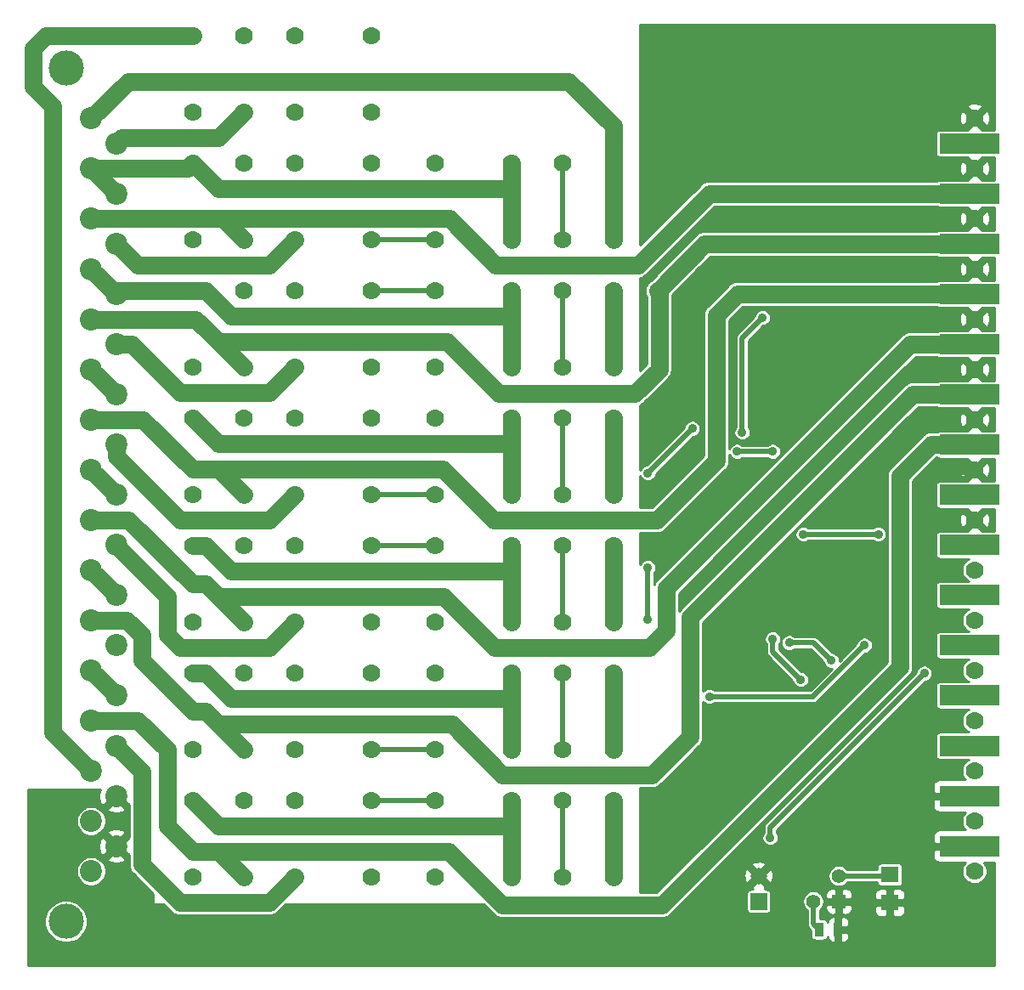
<source format=gbl>
G04 #@! TF.GenerationSoftware,KiCad,Pcbnew,(5.1.5)-3*
G04 #@! TF.CreationDate,2021-08-30T19:45:08+02:00*
G04 #@! TF.ProjectId,sbk6ac,73626b36-6163-42e6-9b69-6361645f7063,0432 -*
G04 #@! TF.SameCoordinates,Original*
G04 #@! TF.FileFunction,Copper,L2,Bot*
G04 #@! TF.FilePolarity,Positive*
%FSLAX46Y46*%
G04 Gerber Fmt 4.6, Leading zero omitted, Abs format (unit mm)*
G04 Created by KiCad (PCBNEW (5.1.5)-3) date 2021-08-30 19:45:08*
%MOMM*%
%LPD*%
G04 APERTURE LIST*
%ADD10C,1.397000*%
%ADD11R,1.397000X1.397000*%
%ADD12C,1.778000*%
%ADD13R,5.999480X1.998980*%
%ADD14C,3.500120*%
%ADD15C,2.199640*%
%ADD16R,1.803400X1.600200*%
%ADD17C,1.651000*%
%ADD18R,1.651000X1.651000*%
%ADD19R,0.889000X1.397000*%
%ADD20C,0.889000*%
%ADD21C,0.508000*%
%ADD22C,1.778000*%
%ADD23C,1.016000*%
%ADD24C,0.254000*%
G04 APERTURE END LIST*
D10*
X148209000Y-139573000D03*
D11*
X148209000Y-142113000D03*
D10*
X145669000Y-142113000D03*
D12*
X83820000Y-76200000D03*
X88900000Y-76200000D03*
X93980000Y-76200000D03*
X83820000Y-68580000D03*
X88900000Y-68580000D03*
X93980000Y-68580000D03*
X101600000Y-76200000D03*
X101600000Y-68580000D03*
X125730000Y-68580000D03*
X120650000Y-68580000D03*
X115570000Y-68580000D03*
X125730000Y-76200000D03*
X120650000Y-76200000D03*
X115570000Y-76200000D03*
X107950000Y-68580000D03*
X107950000Y-76200000D03*
X83820000Y-88900000D03*
X88900000Y-88900000D03*
X93980000Y-88900000D03*
X83820000Y-81280000D03*
X88900000Y-81280000D03*
X93980000Y-81280000D03*
X101600000Y-88900000D03*
X101600000Y-81280000D03*
X125730000Y-81280000D03*
X120650000Y-81280000D03*
X115570000Y-81280000D03*
X125730000Y-88900000D03*
X120650000Y-88900000D03*
X115570000Y-88900000D03*
X107950000Y-81280000D03*
X107950000Y-88900000D03*
X83820000Y-101600000D03*
X88900000Y-101600000D03*
X93980000Y-101600000D03*
X83820000Y-93980000D03*
X88900000Y-93980000D03*
X93980000Y-93980000D03*
X101600000Y-101600000D03*
X101600000Y-93980000D03*
X125730000Y-93980000D03*
X120650000Y-93980000D03*
X115570000Y-93980000D03*
X125730000Y-101600000D03*
X120650000Y-101600000D03*
X115570000Y-101600000D03*
X107950000Y-93980000D03*
X107950000Y-101600000D03*
X83820000Y-114300000D03*
X88900000Y-114300000D03*
X93980000Y-114300000D03*
X83820000Y-106680000D03*
X88900000Y-106680000D03*
X93980000Y-106680000D03*
X101600000Y-114300000D03*
X101600000Y-106680000D03*
X125730000Y-106680000D03*
X120650000Y-106680000D03*
X115570000Y-106680000D03*
X125730000Y-114300000D03*
X120650000Y-114300000D03*
X115570000Y-114300000D03*
X107950000Y-106680000D03*
X107950000Y-114300000D03*
X83820000Y-127000000D03*
X88900000Y-127000000D03*
X93980000Y-127000000D03*
X83820000Y-119380000D03*
X88900000Y-119380000D03*
X93980000Y-119380000D03*
X101600000Y-127000000D03*
X101600000Y-119380000D03*
X125730000Y-119380000D03*
X120650000Y-119380000D03*
X115570000Y-119380000D03*
X125730000Y-127000000D03*
X120650000Y-127000000D03*
X115570000Y-127000000D03*
X107950000Y-119380000D03*
X107950000Y-127000000D03*
X83820000Y-139700000D03*
X88900000Y-139700000D03*
X93980000Y-139700000D03*
X83820000Y-132080000D03*
X88900000Y-132080000D03*
X93980000Y-132080000D03*
X101600000Y-139700000D03*
X101600000Y-132080000D03*
X125730000Y-132080000D03*
X120650000Y-132080000D03*
X115570000Y-132080000D03*
X125730000Y-139700000D03*
X120650000Y-139700000D03*
X115570000Y-139700000D03*
X107950000Y-132080000D03*
X107950000Y-139700000D03*
X83820000Y-63500000D03*
X88900000Y-63500000D03*
X93980000Y-63500000D03*
X83820000Y-55880000D03*
X88900000Y-55880000D03*
X93980000Y-55880000D03*
X101600000Y-63500000D03*
X101600000Y-55880000D03*
X161719260Y-64099440D03*
D13*
X161218880Y-66601340D03*
D12*
X161719260Y-69100700D03*
D13*
X161218880Y-71600060D03*
D12*
X161719260Y-74099420D03*
D13*
X161218880Y-76601320D03*
D12*
X161719260Y-79100680D03*
D13*
X161218880Y-81600040D03*
D12*
X161719260Y-84099400D03*
D13*
X161218880Y-86601300D03*
D12*
X161719260Y-89100660D03*
D13*
X161218880Y-91600020D03*
D12*
X161719260Y-94099380D03*
D13*
X161218880Y-96601280D03*
D12*
X161719260Y-99100640D03*
D13*
X161218880Y-101600000D03*
D12*
X161719260Y-104099360D03*
D13*
X161218880Y-106601260D03*
D12*
X161719260Y-109100620D03*
D13*
X161218880Y-111599980D03*
D12*
X161719260Y-114099340D03*
D13*
X161218880Y-116601240D03*
D12*
X161719260Y-119100600D03*
D13*
X161218880Y-121599960D03*
D12*
X161719260Y-124099320D03*
D13*
X161218880Y-126601220D03*
D12*
X161719260Y-129100580D03*
D13*
X161218880Y-131599940D03*
D12*
X161719260Y-134099300D03*
D13*
X161218880Y-136601200D03*
D12*
X161719260Y-139100560D03*
D14*
X71198740Y-59100720D03*
D15*
X76200000Y-101600000D03*
X76200000Y-106601260D03*
X76200000Y-116601240D03*
X76200000Y-111599980D03*
X76200000Y-131599940D03*
X76200000Y-136601200D03*
X76200000Y-126601220D03*
X76200000Y-121599960D03*
X76200000Y-81600040D03*
X76200000Y-86601300D03*
X76200000Y-96601280D03*
X76200000Y-91600020D03*
X76200000Y-71600060D03*
X76200000Y-76601320D03*
X76200000Y-66601340D03*
X73698100Y-69100700D03*
X73698100Y-79100680D03*
X73698100Y-74099420D03*
X73698100Y-94099380D03*
X73698100Y-99100640D03*
X73698100Y-89100660D03*
X73698100Y-84099400D03*
X73698100Y-124099320D03*
X73698100Y-129100580D03*
X73698100Y-139100560D03*
X73698100Y-134099300D03*
X73698100Y-114099340D03*
X73698100Y-119100600D03*
X73698100Y-109100620D03*
X73698100Y-104099360D03*
X73700640Y-64099440D03*
D14*
X71198740Y-144101820D03*
D16*
X153289000Y-142240000D03*
X153289000Y-139446000D03*
D17*
X140208000Y-139573000D03*
D18*
X140208000Y-142113000D03*
D19*
X148145500Y-144907000D03*
X146240500Y-144907000D03*
D20*
X141351000Y-135763000D03*
X143256000Y-116332000D03*
X156718000Y-119380000D03*
X147447000Y-118110000D03*
X140589000Y-83947000D03*
X138557000Y-95377000D03*
X144399000Y-120015000D03*
X141605000Y-115951000D03*
X152146000Y-105537000D03*
X138049000Y-97282000D03*
X144653000Y-105537000D03*
X141605000Y-97282000D03*
X150749000Y-116586000D03*
X135300000Y-121700000D03*
X133096000Y-89789000D03*
X132700000Y-86200000D03*
X142875000Y-123698000D03*
X137795000Y-101092000D03*
X144018000Y-107442000D03*
X156845000Y-114173000D03*
X152146000Y-114173000D03*
X146177000Y-118999000D03*
X133604000Y-94996000D03*
X129159000Y-108839000D03*
X129159000Y-99441000D03*
X129159000Y-114046000D03*
D21*
X107950000Y-101600000D02*
X101600000Y-101600000D01*
X107950000Y-127000000D02*
X101600000Y-127000000D01*
X107950000Y-81280000D02*
X101600000Y-81280000D01*
X145669000Y-144335500D02*
X145669000Y-142113000D01*
X107950000Y-106680000D02*
X101600000Y-106680000D01*
X107950000Y-132080000D02*
X101600000Y-132080000D01*
X107950000Y-76200000D02*
X101600000Y-76200000D01*
X146240500Y-144907000D02*
X145669000Y-144335500D01*
X153162000Y-139573000D02*
X148209000Y-139573000D01*
X156718000Y-119380000D02*
X141351000Y-134747000D01*
X145669000Y-116332000D02*
X147447000Y-118110000D01*
X143256000Y-116332000D02*
X145669000Y-116332000D01*
X153289000Y-139446000D02*
X153162000Y-139573000D01*
X141351000Y-134747000D02*
X141351000Y-135763000D01*
D22*
X76761340Y-66040000D02*
X86360000Y-66040000D01*
X76200000Y-66601340D02*
X76761340Y-66040000D01*
X86360000Y-66040000D02*
X88900000Y-63500000D01*
X73698100Y-129100580D02*
X69850000Y-125252480D01*
X67945000Y-60960000D02*
X67945000Y-57150000D01*
X69850000Y-62865000D02*
X67945000Y-60960000D01*
X67945000Y-57150000D02*
X69215000Y-55880000D01*
X69850000Y-125252480D02*
X69850000Y-62865000D01*
X69215000Y-55880000D02*
X83820000Y-55880000D01*
D21*
X138557000Y-85979000D02*
X140589000Y-83947000D01*
X138557000Y-95377000D02*
X138557000Y-85979000D01*
X141605000Y-117221000D02*
X141605000Y-115951000D01*
X144399000Y-120015000D02*
X141605000Y-117221000D01*
X144653000Y-105537000D02*
X152146000Y-105537000D01*
X138049000Y-97282000D02*
X141605000Y-97282000D01*
X135300000Y-121700000D02*
X145635000Y-121700000D01*
X145669000Y-121666000D02*
X150749000Y-116586000D01*
X145635000Y-121700000D02*
X145669000Y-121666000D01*
X157706060Y-131599940D02*
X156845000Y-132461000D01*
D23*
X157947360Y-99100640D02*
X156845000Y-100203000D01*
D21*
X153289000Y-142240000D02*
X155829000Y-142240000D01*
D23*
X161719260Y-99100640D02*
X157947360Y-99100640D01*
D21*
X161719260Y-131599940D02*
X157706060Y-131599940D01*
X156845000Y-132461000D02*
X156845000Y-137414000D01*
D23*
X156845000Y-100203000D02*
X156845000Y-114173000D01*
D21*
X156845000Y-137414000D02*
X157657800Y-136601200D01*
X157657800Y-136601200D02*
X161719260Y-136601200D01*
X156845000Y-141224000D02*
X156845000Y-137414000D01*
X155829000Y-142240000D02*
X156845000Y-141224000D01*
X129159000Y-99441000D02*
X133604000Y-94996000D01*
X129159000Y-114046000D02*
X129159000Y-108839000D01*
D22*
X73700640Y-99100640D02*
X76200000Y-101600000D01*
X73698100Y-99100640D02*
X73700640Y-99100640D01*
X113000000Y-109220000D02*
X115570000Y-109220000D01*
X115500000Y-109200000D02*
X115570000Y-109200000D01*
X115550000Y-109200000D02*
X115500000Y-109200000D01*
X115570000Y-109220000D02*
X115550000Y-109200000D01*
X115570000Y-106680000D02*
X115570000Y-109200000D01*
X115570000Y-109200000D02*
X115570000Y-114300000D01*
X85090000Y-106680000D02*
X87630000Y-109220000D01*
X83820000Y-106680000D02*
X85090000Y-106680000D01*
X87630000Y-109220000D02*
X113000000Y-109220000D01*
X113000000Y-109220000D02*
X113030000Y-109220000D01*
X82550000Y-116840000D02*
X91440000Y-116840000D01*
X76200000Y-106601260D02*
X76200000Y-106680000D01*
X91440000Y-116840000D02*
X93980000Y-114300000D01*
X81280000Y-115570000D02*
X82550000Y-116840000D01*
X81280000Y-111760000D02*
X81280000Y-115570000D01*
X76200000Y-106680000D02*
X81280000Y-111760000D01*
X73698100Y-109100620D02*
X73700640Y-109100620D01*
X73700640Y-109100620D02*
X76200000Y-111599980D01*
X113030000Y-121920000D02*
X115570000Y-121920000D01*
X83820000Y-119380000D02*
X85090000Y-119380000D01*
X87630000Y-121920000D02*
X113030000Y-121920000D01*
X85090000Y-119380000D02*
X87630000Y-121920000D01*
X115600000Y-121900000D02*
X115570000Y-121900000D01*
X115590000Y-121900000D02*
X115600000Y-121900000D01*
X115570000Y-121920000D02*
X115590000Y-121900000D01*
X115570000Y-119380000D02*
X115570000Y-121900000D01*
X115570000Y-121900000D02*
X115570000Y-127000000D01*
X78740000Y-129141220D02*
X78740000Y-138430000D01*
X76200000Y-126601220D02*
X78740000Y-129141220D01*
X91440000Y-142240000D02*
X93980000Y-139700000D01*
X82550000Y-142240000D02*
X91440000Y-142240000D01*
X78740000Y-138430000D02*
X82550000Y-142240000D01*
X73698100Y-119100600D02*
X73700640Y-119100600D01*
X73700640Y-119100600D02*
X76200000Y-121599960D01*
X113030000Y-134620000D02*
X115570000Y-134620000D01*
X83820000Y-132080000D02*
X86360000Y-134620000D01*
X86360000Y-134620000D02*
X113030000Y-134620000D01*
X115600000Y-134600000D02*
X115570000Y-134600000D01*
X115590000Y-134600000D02*
X115600000Y-134600000D01*
X115570000Y-134620000D02*
X115590000Y-134600000D01*
X115570000Y-132080000D02*
X115570000Y-134600000D01*
X115570000Y-134600000D02*
X115570000Y-139700000D01*
X113030000Y-83820000D02*
X115570000Y-83820000D01*
X83820000Y-81280000D02*
X85090000Y-81280000D01*
X85090000Y-81280000D02*
X87630000Y-83820000D01*
X87630000Y-83820000D02*
X113030000Y-83820000D01*
X115600000Y-83800000D02*
X115570000Y-83800000D01*
X115590000Y-83800000D02*
X115600000Y-83800000D01*
X115570000Y-83820000D02*
X115590000Y-83800000D01*
X115570000Y-88900000D02*
X115570000Y-83800000D01*
X115570000Y-83800000D02*
X115570000Y-81280000D01*
X76200000Y-81600040D02*
X76197460Y-81600040D01*
X76520040Y-81280000D02*
X83820000Y-81280000D01*
X76200000Y-81600040D02*
X76520040Y-81280000D01*
X76197460Y-81600040D02*
X73698100Y-79100680D01*
X91440000Y-91440000D02*
X93980000Y-88900000D01*
X77711300Y-86601300D02*
X82550000Y-91440000D01*
X76200000Y-86601300D02*
X77711300Y-86601300D01*
X82550000Y-91440000D02*
X91440000Y-91440000D01*
X91440000Y-104140000D02*
X93980000Y-101600000D01*
X76200000Y-96601280D02*
X76200000Y-97790000D01*
X82550000Y-104140000D02*
X91440000Y-104140000D01*
X76200000Y-97790000D02*
X82550000Y-104140000D01*
X73700640Y-89100660D02*
X76200000Y-91600020D01*
X73698100Y-89100660D02*
X73700640Y-89100660D01*
X113030000Y-96520000D02*
X115570000Y-96520000D01*
X115570000Y-101600000D02*
X115570000Y-96520000D01*
X115570000Y-96520000D02*
X115570000Y-93980000D01*
X83820000Y-93980000D02*
X86360000Y-96520000D01*
X86360000Y-96520000D02*
X113030000Y-96520000D01*
X113000000Y-71120000D02*
X115570000Y-71120000D01*
X83820000Y-68580000D02*
X86360000Y-71120000D01*
X86360000Y-71120000D02*
X113000000Y-71120000D01*
X115500000Y-71100000D02*
X115570000Y-71100000D01*
X115550000Y-71100000D02*
X115500000Y-71100000D01*
X115570000Y-71120000D02*
X115550000Y-71100000D01*
X115570000Y-68580000D02*
X115570000Y-71100000D01*
X115570000Y-71100000D02*
X115570000Y-76200000D01*
X76200000Y-71600060D02*
X76197460Y-71600060D01*
X73698100Y-69100700D02*
X83299300Y-69100700D01*
X76197460Y-71600060D02*
X73698100Y-69100700D01*
X83299300Y-69100700D02*
X83820000Y-68580000D01*
X91440000Y-78740000D02*
X78338680Y-78740000D01*
X93980000Y-76200000D02*
X91440000Y-78740000D01*
X78338680Y-78740000D02*
X76200000Y-76601320D01*
X143400000Y-71600060D02*
X135299940Y-71600060D01*
X114000000Y-78700000D02*
X109399420Y-74099420D01*
X128200000Y-78700000D02*
X114000000Y-78700000D01*
X135299940Y-71600060D02*
X128200000Y-78700000D01*
X143355060Y-71600060D02*
X143400000Y-71600060D01*
X143400000Y-71600060D02*
X161719260Y-71600060D01*
X73698100Y-74099420D02*
X86360000Y-74099420D01*
X86360000Y-74099420D02*
X86799420Y-74099420D01*
X86360000Y-74099420D02*
X109399420Y-74099420D01*
X86799420Y-74099420D02*
X88900000Y-76200000D01*
X115700000Y-104100000D02*
X113800000Y-104100000D01*
X113800000Y-104100000D02*
X108760000Y-99060000D01*
X136000000Y-83710000D02*
X136000000Y-98200000D01*
X138109960Y-81600040D02*
X136000000Y-83710000D01*
X161719260Y-81600040D02*
X138109960Y-81600040D01*
X86360000Y-99060000D02*
X88900000Y-101600000D01*
X73698100Y-94099380D02*
X78859380Y-94099380D01*
X78859380Y-94099380D02*
X83820000Y-99060000D01*
X86360000Y-99060000D02*
X94660000Y-99060000D01*
X83820000Y-99060000D02*
X86360000Y-99060000D01*
X130100000Y-104100000D02*
X115700000Y-104100000D01*
X136000000Y-98200000D02*
X130100000Y-104100000D01*
X94660000Y-99060000D02*
X108760000Y-99060000D01*
X130300000Y-81155000D02*
X130300000Y-89100000D01*
X114300000Y-91500000D02*
X109160000Y-86360000D01*
X127900000Y-91500000D02*
X114300000Y-91500000D01*
X130300000Y-89100000D02*
X127900000Y-91500000D01*
X130175000Y-81280000D02*
X130300000Y-81155000D01*
X130300000Y-81155000D02*
X134853680Y-76601320D01*
X134853680Y-76601320D02*
X161719260Y-76601320D01*
X73698100Y-84099400D02*
X84099400Y-84099400D01*
X84099400Y-84099400D02*
X85090000Y-85090000D01*
X85090000Y-85090000D02*
X86360000Y-86360000D01*
X86360000Y-86360000D02*
X109160000Y-86360000D01*
X85090000Y-85090000D02*
X88900000Y-88900000D01*
X135890000Y-137160000D02*
X130550000Y-142500000D01*
X114700000Y-142500000D02*
X109360000Y-137160000D01*
X130550000Y-142500000D02*
X114700000Y-142500000D01*
X157398720Y-96601280D02*
X161719260Y-96601280D01*
X154305000Y-99695000D02*
X157398720Y-96601280D01*
X86360000Y-137160000D02*
X88900000Y-139700000D01*
X83820000Y-137160000D02*
X86360000Y-137160000D01*
X81280000Y-127000000D02*
X81280000Y-134620000D01*
X78379320Y-124099320D02*
X81280000Y-127000000D01*
X81280000Y-134620000D02*
X83820000Y-137160000D01*
X73698100Y-124099320D02*
X78379320Y-124099320D01*
X154305000Y-118745000D02*
X154305000Y-99695000D01*
X140970000Y-132080000D02*
X141000000Y-132050000D01*
X141000000Y-132050000D02*
X154305000Y-118745000D01*
X141000000Y-132050000D02*
X135890000Y-137160000D01*
X86360000Y-137160000D02*
X109360000Y-137160000D01*
X128100000Y-129500000D02*
X129600000Y-129500000D01*
X118100000Y-129500000D02*
X128100000Y-129500000D01*
X155599980Y-91600020D02*
X161719260Y-91600020D01*
X133400000Y-113800000D02*
X155599980Y-91600020D01*
X133400000Y-125700000D02*
X133400000Y-113800000D01*
X129600000Y-129500000D02*
X133400000Y-125700000D01*
X118100000Y-129500000D02*
X114700000Y-129500000D01*
X114700000Y-129500000D02*
X109660000Y-124460000D01*
X73698100Y-114099340D02*
X77269340Y-114099340D01*
X86360000Y-124460000D02*
X88900000Y-127000000D01*
X78740000Y-115570000D02*
X78740000Y-118110000D01*
X77269340Y-114099340D02*
X78740000Y-115570000D01*
X78740000Y-118110000D02*
X83820000Y-123190000D01*
X86360000Y-124460000D02*
X109660000Y-124460000D01*
X85090000Y-123190000D02*
X86360000Y-124460000D01*
X83820000Y-123190000D02*
X85090000Y-123190000D01*
X118070000Y-129500000D02*
X118100000Y-129500000D01*
X126600000Y-116800000D02*
X129300000Y-116800000D01*
X108860000Y-111760000D02*
X113900000Y-116800000D01*
X113900000Y-116800000D02*
X126600000Y-116800000D01*
X108500000Y-111760000D02*
X108860000Y-111760000D01*
X131000000Y-110935000D02*
X135255000Y-106680000D01*
X131000000Y-115100000D02*
X131000000Y-110935000D01*
X129300000Y-116800000D02*
X131000000Y-115100000D01*
X135255000Y-106680000D02*
X155333700Y-86601300D01*
X155333700Y-86601300D02*
X161719260Y-86601300D01*
X77429360Y-104099360D02*
X83820000Y-110490000D01*
X73698100Y-104099360D02*
X77429360Y-104099360D01*
X85090000Y-110490000D02*
X86360000Y-111760000D01*
X86360000Y-111760000D02*
X88900000Y-114300000D01*
X83820000Y-110490000D02*
X85090000Y-110490000D01*
X86360000Y-111760000D02*
X108500000Y-111760000D01*
X125730000Y-139700000D02*
X125730000Y-132080000D01*
X125730000Y-106680000D02*
X125730000Y-114300000D01*
X125730000Y-93980000D02*
X125730000Y-101600000D01*
X125730000Y-81280000D02*
X125730000Y-88900000D01*
X125730000Y-68580000D02*
X125730000Y-76200000D01*
X118800000Y-60400000D02*
X121300000Y-60400000D01*
X125730000Y-64830000D02*
X125730000Y-68580000D01*
X121300000Y-60400000D02*
X125730000Y-64830000D01*
X77400080Y-60400000D02*
X73700640Y-64099440D01*
X118600000Y-60400000D02*
X118800000Y-60400000D01*
X118800000Y-60400000D02*
X77400080Y-60400000D01*
X125730000Y-119380000D02*
X125730000Y-127000000D01*
X125730000Y-93980000D02*
X125730000Y-93980000D01*
D21*
X120650000Y-132080000D02*
X120650000Y-139700000D01*
X120650000Y-119380000D02*
X120650000Y-127000000D01*
X120650000Y-106680000D02*
X120650000Y-114300000D01*
X120650000Y-93980000D02*
X120650000Y-101600000D01*
X120650000Y-81280000D02*
X120650000Y-88900000D01*
X120650000Y-68580000D02*
X120650000Y-76200000D01*
D24*
G36*
X157948429Y-97871481D02*
G01*
X158006444Y-97919092D01*
X158072632Y-97954471D01*
X158144451Y-97976257D01*
X158219140Y-97983613D01*
X160961443Y-97983613D01*
X161719260Y-98741430D01*
X162477077Y-97983613D01*
X163703000Y-97983613D01*
X163703000Y-100217667D01*
X162477077Y-100217667D01*
X161719260Y-99459850D01*
X160961443Y-100217667D01*
X158219140Y-100217667D01*
X158144451Y-100225023D01*
X158072632Y-100246809D01*
X158006444Y-100282188D01*
X157948429Y-100329799D01*
X157900818Y-100387814D01*
X157865439Y-100454002D01*
X157843653Y-100525821D01*
X157836297Y-100600510D01*
X157836297Y-102599490D01*
X157843653Y-102674179D01*
X157865439Y-102745998D01*
X157900818Y-102812186D01*
X157948429Y-102870201D01*
X158006444Y-102917812D01*
X158072632Y-102953191D01*
X158144451Y-102974977D01*
X158219140Y-102982333D01*
X160961443Y-102982333D01*
X161719260Y-103740150D01*
X162477077Y-102982333D01*
X163703000Y-102982333D01*
X163703000Y-105218927D01*
X162479617Y-105218927D01*
X161719260Y-104458570D01*
X160958903Y-105218927D01*
X158219140Y-105218927D01*
X158144451Y-105226283D01*
X158072632Y-105248069D01*
X158006444Y-105283448D01*
X157948429Y-105331059D01*
X157900818Y-105389074D01*
X157865439Y-105455262D01*
X157843653Y-105527081D01*
X157836297Y-105601770D01*
X157836297Y-107600750D01*
X157843653Y-107675439D01*
X157865439Y-107747258D01*
X157900818Y-107813446D01*
X157948429Y-107871461D01*
X158006444Y-107919072D01*
X158072632Y-107954451D01*
X158144451Y-107976237D01*
X158219140Y-107983593D01*
X161105070Y-107983593D01*
X160909682Y-108114147D01*
X160732787Y-108291042D01*
X160593801Y-108499049D01*
X160498065Y-108730175D01*
X160449260Y-108975536D01*
X160449260Y-109225704D01*
X160498065Y-109471065D01*
X160593801Y-109702191D01*
X160732787Y-109910198D01*
X160909682Y-110087093D01*
X161105070Y-110217647D01*
X158219140Y-110217647D01*
X158144451Y-110225003D01*
X158072632Y-110246789D01*
X158006444Y-110282168D01*
X157948429Y-110329779D01*
X157900818Y-110387794D01*
X157865439Y-110453982D01*
X157843653Y-110525801D01*
X157836297Y-110600490D01*
X157836297Y-112599470D01*
X157843653Y-112674159D01*
X157865439Y-112745978D01*
X157900818Y-112812166D01*
X157948429Y-112870181D01*
X158006444Y-112917792D01*
X158072632Y-112953171D01*
X158144451Y-112974957D01*
X158219140Y-112982313D01*
X161105070Y-112982313D01*
X160909682Y-113112867D01*
X160732787Y-113289762D01*
X160593801Y-113497769D01*
X160498065Y-113728895D01*
X160449260Y-113974256D01*
X160449260Y-114224424D01*
X160498065Y-114469785D01*
X160593801Y-114700911D01*
X160732787Y-114908918D01*
X160909682Y-115085813D01*
X161108871Y-115218907D01*
X158219140Y-115218907D01*
X158144451Y-115226263D01*
X158072632Y-115248049D01*
X158006444Y-115283428D01*
X157948429Y-115331039D01*
X157900818Y-115389054D01*
X157865439Y-115455242D01*
X157843653Y-115527061D01*
X157836297Y-115601750D01*
X157836297Y-117600730D01*
X157843653Y-117675419D01*
X157865439Y-117747238D01*
X157900818Y-117813426D01*
X157948429Y-117871441D01*
X158006444Y-117919052D01*
X158072632Y-117954431D01*
X158144451Y-117976217D01*
X158219140Y-117983573D01*
X161105070Y-117983573D01*
X160909682Y-118114127D01*
X160732787Y-118291022D01*
X160593801Y-118499029D01*
X160498065Y-118730155D01*
X160449260Y-118975516D01*
X160449260Y-119225684D01*
X160498065Y-119471045D01*
X160593801Y-119702171D01*
X160732787Y-119910178D01*
X160909682Y-120087073D01*
X161105070Y-120217627D01*
X158219140Y-120217627D01*
X158144451Y-120224983D01*
X158072632Y-120246769D01*
X158006444Y-120282148D01*
X157948429Y-120329759D01*
X157900818Y-120387774D01*
X157865439Y-120453962D01*
X157843653Y-120525781D01*
X157836297Y-120600470D01*
X157836297Y-122599450D01*
X157843653Y-122674139D01*
X157865439Y-122745958D01*
X157900818Y-122812146D01*
X157948429Y-122870161D01*
X158006444Y-122917772D01*
X158072632Y-122953151D01*
X158144451Y-122974937D01*
X158219140Y-122982293D01*
X161105070Y-122982293D01*
X160909682Y-123112847D01*
X160732787Y-123289742D01*
X160593801Y-123497749D01*
X160498065Y-123728875D01*
X160449260Y-123974236D01*
X160449260Y-124224404D01*
X160498065Y-124469765D01*
X160593801Y-124700891D01*
X160732787Y-124908898D01*
X160909682Y-125085793D01*
X161108871Y-125218887D01*
X158219140Y-125218887D01*
X158144451Y-125226243D01*
X158072632Y-125248029D01*
X158006444Y-125283408D01*
X157948429Y-125331019D01*
X157900818Y-125389034D01*
X157865439Y-125455222D01*
X157843653Y-125527041D01*
X157836297Y-125601730D01*
X157836297Y-127600710D01*
X157843653Y-127675399D01*
X157865439Y-127747218D01*
X157900818Y-127813406D01*
X157948429Y-127871421D01*
X158006444Y-127919032D01*
X158072632Y-127954411D01*
X158144451Y-127976197D01*
X158219140Y-127983553D01*
X161105070Y-127983553D01*
X160909682Y-128114107D01*
X160732787Y-128291002D01*
X160593801Y-128499009D01*
X160498065Y-128730135D01*
X160449260Y-128975496D01*
X160449260Y-129225664D01*
X160498065Y-129471025D01*
X160593801Y-129702151D01*
X160732787Y-129910158D01*
X160788058Y-129965429D01*
X158219140Y-129962378D01*
X158094658Y-129974638D01*
X157974960Y-130010948D01*
X157864646Y-130069913D01*
X157767955Y-130149265D01*
X157688603Y-130245956D01*
X157629638Y-130356270D01*
X157593328Y-130475968D01*
X157581068Y-130600450D01*
X157584140Y-131187190D01*
X157742890Y-131345940D01*
X160964880Y-131345940D01*
X160964880Y-131325940D01*
X161472880Y-131325940D01*
X161472880Y-131345940D01*
X161492880Y-131345940D01*
X161492880Y-131853940D01*
X161472880Y-131853940D01*
X161472880Y-131873940D01*
X160964880Y-131873940D01*
X160964880Y-131853940D01*
X157742890Y-131853940D01*
X157584140Y-132012690D01*
X157581068Y-132599430D01*
X157593328Y-132723912D01*
X157629638Y-132843610D01*
X157688603Y-132953924D01*
X157767955Y-133050615D01*
X157864646Y-133129967D01*
X157974960Y-133188932D01*
X158094658Y-133225242D01*
X158219140Y-133237502D01*
X160788058Y-133234451D01*
X160732787Y-133289722D01*
X160593801Y-133497729D01*
X160498065Y-133728855D01*
X160449260Y-133974216D01*
X160449260Y-134224384D01*
X160498065Y-134469745D01*
X160593801Y-134700871D01*
X160732787Y-134908878D01*
X160790601Y-134966692D01*
X158219140Y-134963638D01*
X158094658Y-134975898D01*
X157974960Y-135012208D01*
X157864646Y-135071173D01*
X157767955Y-135150525D01*
X157688603Y-135247216D01*
X157629638Y-135357530D01*
X157593328Y-135477228D01*
X157581068Y-135601710D01*
X157584140Y-136188450D01*
X157742890Y-136347200D01*
X160964880Y-136347200D01*
X160964880Y-136327200D01*
X161472880Y-136327200D01*
X161472880Y-136347200D01*
X161492880Y-136347200D01*
X161492880Y-136855200D01*
X161472880Y-136855200D01*
X161472880Y-136875200D01*
X160964880Y-136875200D01*
X160964880Y-136855200D01*
X157742890Y-136855200D01*
X157584140Y-137013950D01*
X157581068Y-137600690D01*
X157593328Y-137725172D01*
X157629638Y-137844870D01*
X157688603Y-137955184D01*
X157767955Y-138051875D01*
X157864646Y-138131227D01*
X157974960Y-138190192D01*
X158094658Y-138226502D01*
X158219140Y-138238762D01*
X160788058Y-138235711D01*
X160732787Y-138290982D01*
X160593801Y-138498989D01*
X160498065Y-138730115D01*
X160449260Y-138975476D01*
X160449260Y-139225644D01*
X160498065Y-139471005D01*
X160593801Y-139702131D01*
X160732787Y-139910138D01*
X160909682Y-140087033D01*
X161117689Y-140226019D01*
X161348815Y-140321755D01*
X161594176Y-140370560D01*
X161844344Y-140370560D01*
X162089705Y-140321755D01*
X162320831Y-140226019D01*
X162528838Y-140087033D01*
X162705733Y-139910138D01*
X162844719Y-139702131D01*
X162940455Y-139471005D01*
X162989260Y-139225644D01*
X162989260Y-138975476D01*
X162940455Y-138730115D01*
X162844719Y-138498989D01*
X162705733Y-138290982D01*
X162651652Y-138236901D01*
X163703000Y-138238150D01*
X163703000Y-148463000D01*
X67437000Y-148463000D01*
X67437000Y-143891929D01*
X69067680Y-143891929D01*
X69067680Y-144311711D01*
X69149576Y-144723427D01*
X69310219Y-145111255D01*
X69543438Y-145460291D01*
X69840269Y-145757122D01*
X70189305Y-145990341D01*
X70577133Y-146150984D01*
X70988849Y-146232880D01*
X71408631Y-146232880D01*
X71820347Y-146150984D01*
X72208175Y-145990341D01*
X72557211Y-145757122D01*
X72854042Y-145460291D01*
X73087261Y-145111255D01*
X73247904Y-144723427D01*
X73329800Y-144311711D01*
X73329800Y-143891929D01*
X73247904Y-143480213D01*
X73087261Y-143092385D01*
X72854042Y-142743349D01*
X72557211Y-142446518D01*
X72208175Y-142213299D01*
X71820347Y-142052656D01*
X71408631Y-141970760D01*
X70988849Y-141970760D01*
X70577133Y-142052656D01*
X70189305Y-142213299D01*
X69840269Y-142446518D01*
X69543438Y-142743349D01*
X69310219Y-143092385D01*
X69149576Y-143480213D01*
X69067680Y-143891929D01*
X67437000Y-143891929D01*
X67437000Y-138954712D01*
X72217280Y-138954712D01*
X72217280Y-139246408D01*
X72274187Y-139532499D01*
X72385814Y-139801991D01*
X72547872Y-140044528D01*
X72754132Y-140250788D01*
X72996669Y-140412846D01*
X73266161Y-140524473D01*
X73552252Y-140581380D01*
X73843948Y-140581380D01*
X74130039Y-140524473D01*
X74399531Y-140412846D01*
X74642068Y-140250788D01*
X74848328Y-140044528D01*
X75010386Y-139801991D01*
X75122013Y-139532499D01*
X75178920Y-139246408D01*
X75178920Y-138954712D01*
X75122013Y-138668621D01*
X75010386Y-138399129D01*
X74848328Y-138156592D01*
X74642068Y-137950332D01*
X74546838Y-137886701D01*
X75273709Y-137886701D01*
X75391790Y-138145736D01*
X75708643Y-138273732D01*
X76044379Y-138337454D01*
X76386095Y-138334453D01*
X76720660Y-138264844D01*
X77008210Y-138145736D01*
X77126291Y-137886701D01*
X76200000Y-136960410D01*
X75273709Y-137886701D01*
X74546838Y-137886701D01*
X74399531Y-137788274D01*
X74130039Y-137676647D01*
X73843948Y-137619740D01*
X73552252Y-137619740D01*
X73266161Y-137676647D01*
X72996669Y-137788274D01*
X72754132Y-137950332D01*
X72547872Y-138156592D01*
X72385814Y-138399129D01*
X72274187Y-138668621D01*
X72217280Y-138954712D01*
X67437000Y-138954712D01*
X67437000Y-136445579D01*
X74463746Y-136445579D01*
X74466747Y-136787295D01*
X74536356Y-137121860D01*
X74655464Y-137409410D01*
X74914499Y-137527491D01*
X75840790Y-136601200D01*
X74914499Y-135674909D01*
X74655464Y-135792990D01*
X74527468Y-136109843D01*
X74463746Y-136445579D01*
X67437000Y-136445579D01*
X67437000Y-133953452D01*
X72217280Y-133953452D01*
X72217280Y-134245148D01*
X72274187Y-134531239D01*
X72385814Y-134800731D01*
X72547872Y-135043268D01*
X72754132Y-135249528D01*
X72996669Y-135411586D01*
X73266161Y-135523213D01*
X73552252Y-135580120D01*
X73843948Y-135580120D01*
X74130039Y-135523213D01*
X74399531Y-135411586D01*
X74543036Y-135315699D01*
X75273709Y-135315699D01*
X76200000Y-136241990D01*
X77126291Y-135315699D01*
X77008210Y-135056664D01*
X76691357Y-134928668D01*
X76355621Y-134864946D01*
X76013905Y-134867947D01*
X75679340Y-134937556D01*
X75391790Y-135056664D01*
X75273709Y-135315699D01*
X74543036Y-135315699D01*
X74642068Y-135249528D01*
X74848328Y-135043268D01*
X75010386Y-134800731D01*
X75122013Y-134531239D01*
X75178920Y-134245148D01*
X75178920Y-133953452D01*
X75122013Y-133667361D01*
X75010386Y-133397869D01*
X74848328Y-133155332D01*
X74642068Y-132949072D01*
X74546838Y-132885441D01*
X75273709Y-132885441D01*
X75391790Y-133144476D01*
X75708643Y-133272472D01*
X76044379Y-133336194D01*
X76386095Y-133333193D01*
X76720660Y-133263584D01*
X77008210Y-133144476D01*
X77126291Y-132885441D01*
X76200000Y-131959150D01*
X75273709Y-132885441D01*
X74546838Y-132885441D01*
X74399531Y-132787014D01*
X74130039Y-132675387D01*
X73843948Y-132618480D01*
X73552252Y-132618480D01*
X73266161Y-132675387D01*
X72996669Y-132787014D01*
X72754132Y-132949072D01*
X72547872Y-133155332D01*
X72385814Y-133397869D01*
X72274187Y-133667361D01*
X72217280Y-133953452D01*
X67437000Y-133953452D01*
X67437000Y-130937000D01*
X74596781Y-130937000D01*
X74527468Y-131108583D01*
X74463746Y-131444319D01*
X74466747Y-131786035D01*
X74536356Y-132120600D01*
X74655464Y-132408150D01*
X74914499Y-132526231D01*
X75840790Y-131599940D01*
X75826648Y-131585798D01*
X76185858Y-131226588D01*
X76200000Y-131240730D01*
X76214143Y-131226588D01*
X76573353Y-131585798D01*
X76559210Y-131599940D01*
X77470000Y-132510730D01*
X77470001Y-135690409D01*
X76559210Y-136601200D01*
X77470001Y-137511991D01*
X77470001Y-138367617D01*
X77463857Y-138430000D01*
X77488377Y-138678963D01*
X77560998Y-138918359D01*
X77678926Y-139138988D01*
X77837631Y-139332370D01*
X77886086Y-139372136D01*
X79883000Y-141369051D01*
X79883000Y-142240000D01*
X79885440Y-142264776D01*
X79892667Y-142288601D01*
X79904403Y-142310557D01*
X79920197Y-142329803D01*
X79939443Y-142345597D01*
X79961399Y-142357333D01*
X79985224Y-142364560D01*
X80010000Y-142367000D01*
X80880948Y-142367000D01*
X81607868Y-143093920D01*
X81647630Y-143142370D01*
X81696080Y-143182132D01*
X81696083Y-143182135D01*
X81708713Y-143192500D01*
X81841012Y-143301075D01*
X82030521Y-143402369D01*
X82061641Y-143419003D01*
X82301037Y-143491623D01*
X82550000Y-143516144D01*
X82612380Y-143510000D01*
X91377627Y-143510000D01*
X91440000Y-143516143D01*
X91502373Y-143510000D01*
X91502380Y-143510000D01*
X91688963Y-143491623D01*
X91928359Y-143419003D01*
X92148988Y-143301075D01*
X92342370Y-143142370D01*
X92382141Y-143093909D01*
X93109050Y-142367000D01*
X112770949Y-142367000D01*
X113757863Y-143353914D01*
X113797630Y-143402370D01*
X113991012Y-143561075D01*
X114211641Y-143679003D01*
X114378416Y-143729594D01*
X114451036Y-143751623D01*
X114476755Y-143754156D01*
X114637620Y-143770000D01*
X114637626Y-143770000D01*
X114699999Y-143776143D01*
X114762372Y-143770000D01*
X130487627Y-143770000D01*
X130550000Y-143776143D01*
X130612373Y-143770000D01*
X130612380Y-143770000D01*
X130798963Y-143751623D01*
X131038359Y-143679003D01*
X131258988Y-143561075D01*
X131452370Y-143402370D01*
X131492141Y-143353909D01*
X133558550Y-141287500D01*
X138999657Y-141287500D01*
X138999657Y-142938500D01*
X139007013Y-143013189D01*
X139028799Y-143085008D01*
X139064178Y-143151196D01*
X139111789Y-143209211D01*
X139169804Y-143256822D01*
X139235992Y-143292201D01*
X139307811Y-143313987D01*
X139382500Y-143321343D01*
X141033500Y-143321343D01*
X141108189Y-143313987D01*
X141180008Y-143292201D01*
X141246196Y-143256822D01*
X141304211Y-143209211D01*
X141351822Y-143151196D01*
X141387201Y-143085008D01*
X141408987Y-143013189D01*
X141416343Y-142938500D01*
X141416343Y-142006679D01*
X144589500Y-142006679D01*
X144589500Y-142219321D01*
X144630985Y-142427878D01*
X144712360Y-142624335D01*
X144830498Y-142801141D01*
X144980859Y-142951502D01*
X145034001Y-142987010D01*
X145034000Y-144304319D01*
X145030929Y-144335500D01*
X145034000Y-144366681D01*
X145034000Y-144366691D01*
X145043188Y-144459981D01*
X145079498Y-144579679D01*
X145138463Y-144689993D01*
X145217815Y-144786685D01*
X145242050Y-144806574D01*
X145413157Y-144977681D01*
X145413157Y-145605500D01*
X145420513Y-145680189D01*
X145442299Y-145752008D01*
X145477678Y-145818196D01*
X145525289Y-145876211D01*
X145583304Y-145923822D01*
X145649492Y-145959201D01*
X145721311Y-145980987D01*
X145796000Y-145988343D01*
X146685000Y-145988343D01*
X146759689Y-145980987D01*
X146831508Y-145959201D01*
X146897696Y-145923822D01*
X146955711Y-145876211D01*
X147003322Y-145818196D01*
X147038701Y-145752008D01*
X147060487Y-145680189D01*
X147065385Y-145630452D01*
X147075188Y-145729982D01*
X147111498Y-145849680D01*
X147170463Y-145959994D01*
X147249815Y-146056685D01*
X147346506Y-146136037D01*
X147456820Y-146195002D01*
X147576518Y-146231312D01*
X147701000Y-146243572D01*
X147732750Y-146240500D01*
X147891500Y-146081750D01*
X147891500Y-145161000D01*
X148399500Y-145161000D01*
X148399500Y-146081750D01*
X148558250Y-146240500D01*
X148590000Y-146243572D01*
X148714482Y-146231312D01*
X148834180Y-146195002D01*
X148944494Y-146136037D01*
X149041185Y-146056685D01*
X149120537Y-145959994D01*
X149179502Y-145849680D01*
X149215812Y-145729982D01*
X149228072Y-145605500D01*
X149225000Y-145319750D01*
X149066250Y-145161000D01*
X148399500Y-145161000D01*
X147891500Y-145161000D01*
X147871500Y-145161000D01*
X147871500Y-144653000D01*
X147891500Y-144653000D01*
X147891500Y-143732250D01*
X148399500Y-143732250D01*
X148399500Y-144653000D01*
X149066250Y-144653000D01*
X149225000Y-144494250D01*
X149228072Y-144208500D01*
X149215812Y-144084018D01*
X149179502Y-143964320D01*
X149120537Y-143854006D01*
X149041185Y-143757315D01*
X148944494Y-143677963D01*
X148834180Y-143618998D01*
X148714482Y-143582688D01*
X148590000Y-143570428D01*
X148558250Y-143573500D01*
X148399500Y-143732250D01*
X147891500Y-143732250D01*
X147732750Y-143573500D01*
X147701000Y-143570428D01*
X147576518Y-143582688D01*
X147456820Y-143618998D01*
X147346506Y-143677963D01*
X147249815Y-143757315D01*
X147170463Y-143854006D01*
X147111498Y-143964320D01*
X147075188Y-144084018D01*
X147065385Y-144183548D01*
X147060487Y-144133811D01*
X147038701Y-144061992D01*
X147003322Y-143995804D01*
X146955711Y-143937789D01*
X146897696Y-143890178D01*
X146831508Y-143854799D01*
X146759689Y-143833013D01*
X146685000Y-143825657D01*
X146304000Y-143825657D01*
X146304000Y-142987010D01*
X146357141Y-142951502D01*
X146497143Y-142811500D01*
X146872428Y-142811500D01*
X146884688Y-142935982D01*
X146920998Y-143055680D01*
X146979963Y-143165994D01*
X147059315Y-143262685D01*
X147156006Y-143342037D01*
X147266320Y-143401002D01*
X147386018Y-143437312D01*
X147510500Y-143449572D01*
X147796250Y-143446500D01*
X147955000Y-143287750D01*
X147955000Y-142367000D01*
X148463000Y-142367000D01*
X148463000Y-143287750D01*
X148621750Y-143446500D01*
X148907500Y-143449572D01*
X149031982Y-143437312D01*
X149151680Y-143401002D01*
X149261994Y-143342037D01*
X149358685Y-143262685D01*
X149438037Y-143165994D01*
X149497002Y-143055680D01*
X149501728Y-143040100D01*
X151749228Y-143040100D01*
X151761488Y-143164582D01*
X151797798Y-143284280D01*
X151856763Y-143394594D01*
X151936115Y-143491285D01*
X152032806Y-143570637D01*
X152143120Y-143629602D01*
X152262818Y-143665912D01*
X152387300Y-143678172D01*
X152876250Y-143675100D01*
X153035000Y-143516350D01*
X153035000Y-142494000D01*
X153543000Y-142494000D01*
X153543000Y-143516350D01*
X153701750Y-143675100D01*
X154190700Y-143678172D01*
X154315182Y-143665912D01*
X154434880Y-143629602D01*
X154545194Y-143570637D01*
X154641885Y-143491285D01*
X154721237Y-143394594D01*
X154780202Y-143284280D01*
X154816512Y-143164582D01*
X154828772Y-143040100D01*
X154825700Y-142652750D01*
X154666950Y-142494000D01*
X153543000Y-142494000D01*
X153035000Y-142494000D01*
X151911050Y-142494000D01*
X151752300Y-142652750D01*
X151749228Y-143040100D01*
X149501728Y-143040100D01*
X149533312Y-142935982D01*
X149545572Y-142811500D01*
X149542500Y-142525750D01*
X149383750Y-142367000D01*
X148463000Y-142367000D01*
X147955000Y-142367000D01*
X147034250Y-142367000D01*
X146875500Y-142525750D01*
X146872428Y-142811500D01*
X146497143Y-142811500D01*
X146507502Y-142801141D01*
X146625640Y-142624335D01*
X146707015Y-142427878D01*
X146748500Y-142219321D01*
X146748500Y-142006679D01*
X146707015Y-141798122D01*
X146625640Y-141601665D01*
X146507502Y-141424859D01*
X146497143Y-141414500D01*
X146872428Y-141414500D01*
X146875500Y-141700250D01*
X147034250Y-141859000D01*
X147955000Y-141859000D01*
X147955000Y-140938250D01*
X148463000Y-140938250D01*
X148463000Y-141859000D01*
X149383750Y-141859000D01*
X149542500Y-141700250D01*
X149545298Y-141439900D01*
X151749228Y-141439900D01*
X151752300Y-141827250D01*
X151911050Y-141986000D01*
X153035000Y-141986000D01*
X153035000Y-140963650D01*
X153543000Y-140963650D01*
X153543000Y-141986000D01*
X154666950Y-141986000D01*
X154825700Y-141827250D01*
X154828772Y-141439900D01*
X154816512Y-141315418D01*
X154780202Y-141195720D01*
X154721237Y-141085406D01*
X154641885Y-140988715D01*
X154545194Y-140909363D01*
X154434880Y-140850398D01*
X154315182Y-140814088D01*
X154190700Y-140801828D01*
X153701750Y-140804900D01*
X153543000Y-140963650D01*
X153035000Y-140963650D01*
X152876250Y-140804900D01*
X152387300Y-140801828D01*
X152262818Y-140814088D01*
X152143120Y-140850398D01*
X152032806Y-140909363D01*
X151936115Y-140988715D01*
X151856763Y-141085406D01*
X151797798Y-141195720D01*
X151761488Y-141315418D01*
X151749228Y-141439900D01*
X149545298Y-141439900D01*
X149545572Y-141414500D01*
X149533312Y-141290018D01*
X149497002Y-141170320D01*
X149438037Y-141060006D01*
X149358685Y-140963315D01*
X149261994Y-140883963D01*
X149151680Y-140824998D01*
X149031982Y-140788688D01*
X148907500Y-140776428D01*
X148621750Y-140779500D01*
X148463000Y-140938250D01*
X147955000Y-140938250D01*
X147796250Y-140779500D01*
X147510500Y-140776428D01*
X147386018Y-140788688D01*
X147266320Y-140824998D01*
X147156006Y-140883963D01*
X147059315Y-140963315D01*
X146979963Y-141060006D01*
X146920998Y-141170320D01*
X146884688Y-141290018D01*
X146872428Y-141414500D01*
X146497143Y-141414500D01*
X146357141Y-141274498D01*
X146180335Y-141156360D01*
X145983878Y-141074985D01*
X145775321Y-141033500D01*
X145562679Y-141033500D01*
X145354122Y-141074985D01*
X145157665Y-141156360D01*
X144980859Y-141274498D01*
X144830498Y-141424859D01*
X144712360Y-141601665D01*
X144630985Y-141798122D01*
X144589500Y-142006679D01*
X141416343Y-142006679D01*
X141416343Y-141287500D01*
X141408987Y-141212811D01*
X141387201Y-141140992D01*
X141351822Y-141074804D01*
X141304211Y-141016789D01*
X141246196Y-140969178D01*
X141180008Y-140933799D01*
X141108189Y-140912013D01*
X141033500Y-140904657D01*
X140820743Y-140904657D01*
X140852106Y-140891666D01*
X140936273Y-140660484D01*
X140208000Y-139932210D01*
X139479727Y-140660484D01*
X139563894Y-140891666D01*
X139598810Y-140904657D01*
X139382500Y-140904657D01*
X139307811Y-140912013D01*
X139235992Y-140933799D01*
X139169804Y-140969178D01*
X139111789Y-141016789D01*
X139064178Y-141074804D01*
X139028799Y-141140992D01*
X139007013Y-141212811D01*
X138999657Y-141287500D01*
X133558550Y-141287500D01*
X135363495Y-139482555D01*
X138743223Y-139482555D01*
X138753722Y-139770057D01*
X138820110Y-140049987D01*
X138889334Y-140217106D01*
X139120516Y-140301273D01*
X139848790Y-139573000D01*
X140567210Y-139573000D01*
X141295484Y-140301273D01*
X141526666Y-140217106D01*
X141626987Y-139947470D01*
X141672777Y-139663445D01*
X141665592Y-139466679D01*
X147129500Y-139466679D01*
X147129500Y-139679321D01*
X147170985Y-139887878D01*
X147252360Y-140084335D01*
X147370498Y-140261141D01*
X147520859Y-140411502D01*
X147697665Y-140529640D01*
X147894122Y-140611015D01*
X148102679Y-140652500D01*
X148315321Y-140652500D01*
X148523878Y-140611015D01*
X148720335Y-140529640D01*
X148897141Y-140411502D01*
X149047502Y-140261141D01*
X149083010Y-140208000D01*
X152004457Y-140208000D01*
X152004457Y-140246100D01*
X152011813Y-140320789D01*
X152033599Y-140392608D01*
X152068978Y-140458796D01*
X152116589Y-140516811D01*
X152174604Y-140564422D01*
X152240792Y-140599801D01*
X152312611Y-140621587D01*
X152387300Y-140628943D01*
X154190700Y-140628943D01*
X154265389Y-140621587D01*
X154337208Y-140599801D01*
X154403396Y-140564422D01*
X154461411Y-140516811D01*
X154509022Y-140458796D01*
X154544401Y-140392608D01*
X154566187Y-140320789D01*
X154573543Y-140246100D01*
X154573543Y-138645900D01*
X154566187Y-138571211D01*
X154544401Y-138499392D01*
X154509022Y-138433204D01*
X154461411Y-138375189D01*
X154403396Y-138327578D01*
X154337208Y-138292199D01*
X154265389Y-138270413D01*
X154190700Y-138263057D01*
X152387300Y-138263057D01*
X152312611Y-138270413D01*
X152240792Y-138292199D01*
X152174604Y-138327578D01*
X152116589Y-138375189D01*
X152068978Y-138433204D01*
X152033599Y-138499392D01*
X152011813Y-138571211D01*
X152004457Y-138645900D01*
X152004457Y-138938000D01*
X149083010Y-138938000D01*
X149047502Y-138884859D01*
X148897141Y-138734498D01*
X148720335Y-138616360D01*
X148523878Y-138534985D01*
X148315321Y-138493500D01*
X148102679Y-138493500D01*
X147894122Y-138534985D01*
X147697665Y-138616360D01*
X147520859Y-138734498D01*
X147370498Y-138884859D01*
X147252360Y-139061665D01*
X147170985Y-139258122D01*
X147129500Y-139466679D01*
X141665592Y-139466679D01*
X141662278Y-139375943D01*
X141595890Y-139096013D01*
X141526666Y-138928894D01*
X141295484Y-138844727D01*
X140567210Y-139573000D01*
X139848790Y-139573000D01*
X139120516Y-138844727D01*
X138889334Y-138928894D01*
X138789013Y-139198530D01*
X138743223Y-139482555D01*
X135363495Y-139482555D01*
X136360534Y-138485516D01*
X139479727Y-138485516D01*
X140208000Y-139213790D01*
X140936273Y-138485516D01*
X140852106Y-138254334D01*
X140582470Y-138154013D01*
X140298445Y-138108223D01*
X140010943Y-138118722D01*
X139731013Y-138185110D01*
X139563894Y-138254334D01*
X139479727Y-138485516D01*
X136360534Y-138485516D01*
X136832134Y-138013917D01*
X136832138Y-138013912D01*
X139164355Y-135681695D01*
X140525500Y-135681695D01*
X140525500Y-135844305D01*
X140557224Y-136003789D01*
X140619452Y-136154021D01*
X140709792Y-136289225D01*
X140824775Y-136404208D01*
X140959979Y-136494548D01*
X141110211Y-136556776D01*
X141269695Y-136588500D01*
X141432305Y-136588500D01*
X141591789Y-136556776D01*
X141742021Y-136494548D01*
X141877225Y-136404208D01*
X141992208Y-136289225D01*
X142082548Y-136154021D01*
X142144776Y-136003789D01*
X142176500Y-135844305D01*
X142176500Y-135681695D01*
X142144776Y-135522211D01*
X142082548Y-135371979D01*
X141992208Y-135236775D01*
X141986000Y-135230567D01*
X141986000Y-135010024D01*
X156790526Y-120205500D01*
X156799305Y-120205500D01*
X156958789Y-120173776D01*
X157109021Y-120111548D01*
X157244225Y-120021208D01*
X157359208Y-119906225D01*
X157449548Y-119771021D01*
X157511776Y-119620789D01*
X157543500Y-119461305D01*
X157543500Y-119298695D01*
X157511776Y-119139211D01*
X157449548Y-118988979D01*
X157359208Y-118853775D01*
X157244225Y-118738792D01*
X157109021Y-118648452D01*
X156958789Y-118586224D01*
X156799305Y-118554500D01*
X156636695Y-118554500D01*
X156477211Y-118586224D01*
X156326979Y-118648452D01*
X156191775Y-118738792D01*
X156076792Y-118853775D01*
X155986452Y-118988979D01*
X155924224Y-119139211D01*
X155892500Y-119298695D01*
X155892500Y-119307474D01*
X140924050Y-134275926D01*
X140899815Y-134295815D01*
X140820463Y-134392507D01*
X140761498Y-134502821D01*
X140725188Y-134622519D01*
X140716000Y-134715809D01*
X140716000Y-134715819D01*
X140712929Y-134747000D01*
X140716000Y-134778182D01*
X140716000Y-135230567D01*
X140709792Y-135236775D01*
X140619452Y-135371979D01*
X140557224Y-135522211D01*
X140525500Y-135681695D01*
X139164355Y-135681695D01*
X141942134Y-132903917D01*
X141942139Y-132903911D01*
X155158915Y-119687136D01*
X155207370Y-119647370D01*
X155366075Y-119453988D01*
X155484003Y-119233359D01*
X155547055Y-119025506D01*
X155556623Y-118993964D01*
X155562381Y-118935500D01*
X155575000Y-118807380D01*
X155575000Y-118807374D01*
X155581143Y-118745001D01*
X155575000Y-118682628D01*
X155575000Y-103993802D01*
X160191529Y-103993802D01*
X160200291Y-104293876D01*
X160267426Y-104586475D01*
X160348216Y-104781521D01*
X160585826Y-104873584D01*
X161360050Y-104099360D01*
X162078470Y-104099360D01*
X162852694Y-104873584D01*
X163090304Y-104781521D01*
X163197042Y-104500936D01*
X163246991Y-104204918D01*
X163238229Y-103904844D01*
X163171094Y-103612245D01*
X163090304Y-103417199D01*
X162852694Y-103325136D01*
X162078470Y-104099360D01*
X161360050Y-104099360D01*
X160585826Y-103325136D01*
X160348216Y-103417199D01*
X160241478Y-103697784D01*
X160191529Y-103993802D01*
X155575000Y-103993802D01*
X155575000Y-100221050D01*
X156800969Y-98995082D01*
X160191529Y-98995082D01*
X160200291Y-99295156D01*
X160267426Y-99587755D01*
X160348216Y-99782801D01*
X160585826Y-99874864D01*
X161360050Y-99100640D01*
X162078470Y-99100640D01*
X162852694Y-99874864D01*
X163090304Y-99782801D01*
X163197042Y-99502216D01*
X163246991Y-99206198D01*
X163238229Y-98906124D01*
X163171094Y-98613525D01*
X163090304Y-98418479D01*
X162852694Y-98326416D01*
X162078470Y-99100640D01*
X161360050Y-99100640D01*
X160585826Y-98326416D01*
X160348216Y-98418479D01*
X160241478Y-98699064D01*
X160191529Y-98995082D01*
X156800969Y-98995082D01*
X157924772Y-97871280D01*
X157948264Y-97871280D01*
X157948429Y-97871481D01*
G37*
X157948429Y-97871481D02*
X158006444Y-97919092D01*
X158072632Y-97954471D01*
X158144451Y-97976257D01*
X158219140Y-97983613D01*
X160961443Y-97983613D01*
X161719260Y-98741430D01*
X162477077Y-97983613D01*
X163703000Y-97983613D01*
X163703000Y-100217667D01*
X162477077Y-100217667D01*
X161719260Y-99459850D01*
X160961443Y-100217667D01*
X158219140Y-100217667D01*
X158144451Y-100225023D01*
X158072632Y-100246809D01*
X158006444Y-100282188D01*
X157948429Y-100329799D01*
X157900818Y-100387814D01*
X157865439Y-100454002D01*
X157843653Y-100525821D01*
X157836297Y-100600510D01*
X157836297Y-102599490D01*
X157843653Y-102674179D01*
X157865439Y-102745998D01*
X157900818Y-102812186D01*
X157948429Y-102870201D01*
X158006444Y-102917812D01*
X158072632Y-102953191D01*
X158144451Y-102974977D01*
X158219140Y-102982333D01*
X160961443Y-102982333D01*
X161719260Y-103740150D01*
X162477077Y-102982333D01*
X163703000Y-102982333D01*
X163703000Y-105218927D01*
X162479617Y-105218927D01*
X161719260Y-104458570D01*
X160958903Y-105218927D01*
X158219140Y-105218927D01*
X158144451Y-105226283D01*
X158072632Y-105248069D01*
X158006444Y-105283448D01*
X157948429Y-105331059D01*
X157900818Y-105389074D01*
X157865439Y-105455262D01*
X157843653Y-105527081D01*
X157836297Y-105601770D01*
X157836297Y-107600750D01*
X157843653Y-107675439D01*
X157865439Y-107747258D01*
X157900818Y-107813446D01*
X157948429Y-107871461D01*
X158006444Y-107919072D01*
X158072632Y-107954451D01*
X158144451Y-107976237D01*
X158219140Y-107983593D01*
X161105070Y-107983593D01*
X160909682Y-108114147D01*
X160732787Y-108291042D01*
X160593801Y-108499049D01*
X160498065Y-108730175D01*
X160449260Y-108975536D01*
X160449260Y-109225704D01*
X160498065Y-109471065D01*
X160593801Y-109702191D01*
X160732787Y-109910198D01*
X160909682Y-110087093D01*
X161105070Y-110217647D01*
X158219140Y-110217647D01*
X158144451Y-110225003D01*
X158072632Y-110246789D01*
X158006444Y-110282168D01*
X157948429Y-110329779D01*
X157900818Y-110387794D01*
X157865439Y-110453982D01*
X157843653Y-110525801D01*
X157836297Y-110600490D01*
X157836297Y-112599470D01*
X157843653Y-112674159D01*
X157865439Y-112745978D01*
X157900818Y-112812166D01*
X157948429Y-112870181D01*
X158006444Y-112917792D01*
X158072632Y-112953171D01*
X158144451Y-112974957D01*
X158219140Y-112982313D01*
X161105070Y-112982313D01*
X160909682Y-113112867D01*
X160732787Y-113289762D01*
X160593801Y-113497769D01*
X160498065Y-113728895D01*
X160449260Y-113974256D01*
X160449260Y-114224424D01*
X160498065Y-114469785D01*
X160593801Y-114700911D01*
X160732787Y-114908918D01*
X160909682Y-115085813D01*
X161108871Y-115218907D01*
X158219140Y-115218907D01*
X158144451Y-115226263D01*
X158072632Y-115248049D01*
X158006444Y-115283428D01*
X157948429Y-115331039D01*
X157900818Y-115389054D01*
X157865439Y-115455242D01*
X157843653Y-115527061D01*
X157836297Y-115601750D01*
X157836297Y-117600730D01*
X157843653Y-117675419D01*
X157865439Y-117747238D01*
X157900818Y-117813426D01*
X157948429Y-117871441D01*
X158006444Y-117919052D01*
X158072632Y-117954431D01*
X158144451Y-117976217D01*
X158219140Y-117983573D01*
X161105070Y-117983573D01*
X160909682Y-118114127D01*
X160732787Y-118291022D01*
X160593801Y-118499029D01*
X160498065Y-118730155D01*
X160449260Y-118975516D01*
X160449260Y-119225684D01*
X160498065Y-119471045D01*
X160593801Y-119702171D01*
X160732787Y-119910178D01*
X160909682Y-120087073D01*
X161105070Y-120217627D01*
X158219140Y-120217627D01*
X158144451Y-120224983D01*
X158072632Y-120246769D01*
X158006444Y-120282148D01*
X157948429Y-120329759D01*
X157900818Y-120387774D01*
X157865439Y-120453962D01*
X157843653Y-120525781D01*
X157836297Y-120600470D01*
X157836297Y-122599450D01*
X157843653Y-122674139D01*
X157865439Y-122745958D01*
X157900818Y-122812146D01*
X157948429Y-122870161D01*
X158006444Y-122917772D01*
X158072632Y-122953151D01*
X158144451Y-122974937D01*
X158219140Y-122982293D01*
X161105070Y-122982293D01*
X160909682Y-123112847D01*
X160732787Y-123289742D01*
X160593801Y-123497749D01*
X160498065Y-123728875D01*
X160449260Y-123974236D01*
X160449260Y-124224404D01*
X160498065Y-124469765D01*
X160593801Y-124700891D01*
X160732787Y-124908898D01*
X160909682Y-125085793D01*
X161108871Y-125218887D01*
X158219140Y-125218887D01*
X158144451Y-125226243D01*
X158072632Y-125248029D01*
X158006444Y-125283408D01*
X157948429Y-125331019D01*
X157900818Y-125389034D01*
X157865439Y-125455222D01*
X157843653Y-125527041D01*
X157836297Y-125601730D01*
X157836297Y-127600710D01*
X157843653Y-127675399D01*
X157865439Y-127747218D01*
X157900818Y-127813406D01*
X157948429Y-127871421D01*
X158006444Y-127919032D01*
X158072632Y-127954411D01*
X158144451Y-127976197D01*
X158219140Y-127983553D01*
X161105070Y-127983553D01*
X160909682Y-128114107D01*
X160732787Y-128291002D01*
X160593801Y-128499009D01*
X160498065Y-128730135D01*
X160449260Y-128975496D01*
X160449260Y-129225664D01*
X160498065Y-129471025D01*
X160593801Y-129702151D01*
X160732787Y-129910158D01*
X160788058Y-129965429D01*
X158219140Y-129962378D01*
X158094658Y-129974638D01*
X157974960Y-130010948D01*
X157864646Y-130069913D01*
X157767955Y-130149265D01*
X157688603Y-130245956D01*
X157629638Y-130356270D01*
X157593328Y-130475968D01*
X157581068Y-130600450D01*
X157584140Y-131187190D01*
X157742890Y-131345940D01*
X160964880Y-131345940D01*
X160964880Y-131325940D01*
X161472880Y-131325940D01*
X161472880Y-131345940D01*
X161492880Y-131345940D01*
X161492880Y-131853940D01*
X161472880Y-131853940D01*
X161472880Y-131873940D01*
X160964880Y-131873940D01*
X160964880Y-131853940D01*
X157742890Y-131853940D01*
X157584140Y-132012690D01*
X157581068Y-132599430D01*
X157593328Y-132723912D01*
X157629638Y-132843610D01*
X157688603Y-132953924D01*
X157767955Y-133050615D01*
X157864646Y-133129967D01*
X157974960Y-133188932D01*
X158094658Y-133225242D01*
X158219140Y-133237502D01*
X160788058Y-133234451D01*
X160732787Y-133289722D01*
X160593801Y-133497729D01*
X160498065Y-133728855D01*
X160449260Y-133974216D01*
X160449260Y-134224384D01*
X160498065Y-134469745D01*
X160593801Y-134700871D01*
X160732787Y-134908878D01*
X160790601Y-134966692D01*
X158219140Y-134963638D01*
X158094658Y-134975898D01*
X157974960Y-135012208D01*
X157864646Y-135071173D01*
X157767955Y-135150525D01*
X157688603Y-135247216D01*
X157629638Y-135357530D01*
X157593328Y-135477228D01*
X157581068Y-135601710D01*
X157584140Y-136188450D01*
X157742890Y-136347200D01*
X160964880Y-136347200D01*
X160964880Y-136327200D01*
X161472880Y-136327200D01*
X161472880Y-136347200D01*
X161492880Y-136347200D01*
X161492880Y-136855200D01*
X161472880Y-136855200D01*
X161472880Y-136875200D01*
X160964880Y-136875200D01*
X160964880Y-136855200D01*
X157742890Y-136855200D01*
X157584140Y-137013950D01*
X157581068Y-137600690D01*
X157593328Y-137725172D01*
X157629638Y-137844870D01*
X157688603Y-137955184D01*
X157767955Y-138051875D01*
X157864646Y-138131227D01*
X157974960Y-138190192D01*
X158094658Y-138226502D01*
X158219140Y-138238762D01*
X160788058Y-138235711D01*
X160732787Y-138290982D01*
X160593801Y-138498989D01*
X160498065Y-138730115D01*
X160449260Y-138975476D01*
X160449260Y-139225644D01*
X160498065Y-139471005D01*
X160593801Y-139702131D01*
X160732787Y-139910138D01*
X160909682Y-140087033D01*
X161117689Y-140226019D01*
X161348815Y-140321755D01*
X161594176Y-140370560D01*
X161844344Y-140370560D01*
X162089705Y-140321755D01*
X162320831Y-140226019D01*
X162528838Y-140087033D01*
X162705733Y-139910138D01*
X162844719Y-139702131D01*
X162940455Y-139471005D01*
X162989260Y-139225644D01*
X162989260Y-138975476D01*
X162940455Y-138730115D01*
X162844719Y-138498989D01*
X162705733Y-138290982D01*
X162651652Y-138236901D01*
X163703000Y-138238150D01*
X163703000Y-148463000D01*
X67437000Y-148463000D01*
X67437000Y-143891929D01*
X69067680Y-143891929D01*
X69067680Y-144311711D01*
X69149576Y-144723427D01*
X69310219Y-145111255D01*
X69543438Y-145460291D01*
X69840269Y-145757122D01*
X70189305Y-145990341D01*
X70577133Y-146150984D01*
X70988849Y-146232880D01*
X71408631Y-146232880D01*
X71820347Y-146150984D01*
X72208175Y-145990341D01*
X72557211Y-145757122D01*
X72854042Y-145460291D01*
X73087261Y-145111255D01*
X73247904Y-144723427D01*
X73329800Y-144311711D01*
X73329800Y-143891929D01*
X73247904Y-143480213D01*
X73087261Y-143092385D01*
X72854042Y-142743349D01*
X72557211Y-142446518D01*
X72208175Y-142213299D01*
X71820347Y-142052656D01*
X71408631Y-141970760D01*
X70988849Y-141970760D01*
X70577133Y-142052656D01*
X70189305Y-142213299D01*
X69840269Y-142446518D01*
X69543438Y-142743349D01*
X69310219Y-143092385D01*
X69149576Y-143480213D01*
X69067680Y-143891929D01*
X67437000Y-143891929D01*
X67437000Y-138954712D01*
X72217280Y-138954712D01*
X72217280Y-139246408D01*
X72274187Y-139532499D01*
X72385814Y-139801991D01*
X72547872Y-140044528D01*
X72754132Y-140250788D01*
X72996669Y-140412846D01*
X73266161Y-140524473D01*
X73552252Y-140581380D01*
X73843948Y-140581380D01*
X74130039Y-140524473D01*
X74399531Y-140412846D01*
X74642068Y-140250788D01*
X74848328Y-140044528D01*
X75010386Y-139801991D01*
X75122013Y-139532499D01*
X75178920Y-139246408D01*
X75178920Y-138954712D01*
X75122013Y-138668621D01*
X75010386Y-138399129D01*
X74848328Y-138156592D01*
X74642068Y-137950332D01*
X74546838Y-137886701D01*
X75273709Y-137886701D01*
X75391790Y-138145736D01*
X75708643Y-138273732D01*
X76044379Y-138337454D01*
X76386095Y-138334453D01*
X76720660Y-138264844D01*
X77008210Y-138145736D01*
X77126291Y-137886701D01*
X76200000Y-136960410D01*
X75273709Y-137886701D01*
X74546838Y-137886701D01*
X74399531Y-137788274D01*
X74130039Y-137676647D01*
X73843948Y-137619740D01*
X73552252Y-137619740D01*
X73266161Y-137676647D01*
X72996669Y-137788274D01*
X72754132Y-137950332D01*
X72547872Y-138156592D01*
X72385814Y-138399129D01*
X72274187Y-138668621D01*
X72217280Y-138954712D01*
X67437000Y-138954712D01*
X67437000Y-136445579D01*
X74463746Y-136445579D01*
X74466747Y-136787295D01*
X74536356Y-137121860D01*
X74655464Y-137409410D01*
X74914499Y-137527491D01*
X75840790Y-136601200D01*
X74914499Y-135674909D01*
X74655464Y-135792990D01*
X74527468Y-136109843D01*
X74463746Y-136445579D01*
X67437000Y-136445579D01*
X67437000Y-133953452D01*
X72217280Y-133953452D01*
X72217280Y-134245148D01*
X72274187Y-134531239D01*
X72385814Y-134800731D01*
X72547872Y-135043268D01*
X72754132Y-135249528D01*
X72996669Y-135411586D01*
X73266161Y-135523213D01*
X73552252Y-135580120D01*
X73843948Y-135580120D01*
X74130039Y-135523213D01*
X74399531Y-135411586D01*
X74543036Y-135315699D01*
X75273709Y-135315699D01*
X76200000Y-136241990D01*
X77126291Y-135315699D01*
X77008210Y-135056664D01*
X76691357Y-134928668D01*
X76355621Y-134864946D01*
X76013905Y-134867947D01*
X75679340Y-134937556D01*
X75391790Y-135056664D01*
X75273709Y-135315699D01*
X74543036Y-135315699D01*
X74642068Y-135249528D01*
X74848328Y-135043268D01*
X75010386Y-134800731D01*
X75122013Y-134531239D01*
X75178920Y-134245148D01*
X75178920Y-133953452D01*
X75122013Y-133667361D01*
X75010386Y-133397869D01*
X74848328Y-133155332D01*
X74642068Y-132949072D01*
X74546838Y-132885441D01*
X75273709Y-132885441D01*
X75391790Y-133144476D01*
X75708643Y-133272472D01*
X76044379Y-133336194D01*
X76386095Y-133333193D01*
X76720660Y-133263584D01*
X77008210Y-133144476D01*
X77126291Y-132885441D01*
X76200000Y-131959150D01*
X75273709Y-132885441D01*
X74546838Y-132885441D01*
X74399531Y-132787014D01*
X74130039Y-132675387D01*
X73843948Y-132618480D01*
X73552252Y-132618480D01*
X73266161Y-132675387D01*
X72996669Y-132787014D01*
X72754132Y-132949072D01*
X72547872Y-133155332D01*
X72385814Y-133397869D01*
X72274187Y-133667361D01*
X72217280Y-133953452D01*
X67437000Y-133953452D01*
X67437000Y-130937000D01*
X74596781Y-130937000D01*
X74527468Y-131108583D01*
X74463746Y-131444319D01*
X74466747Y-131786035D01*
X74536356Y-132120600D01*
X74655464Y-132408150D01*
X74914499Y-132526231D01*
X75840790Y-131599940D01*
X75826648Y-131585798D01*
X76185858Y-131226588D01*
X76200000Y-131240730D01*
X76214143Y-131226588D01*
X76573353Y-131585798D01*
X76559210Y-131599940D01*
X77470000Y-132510730D01*
X77470001Y-135690409D01*
X76559210Y-136601200D01*
X77470001Y-137511991D01*
X77470001Y-138367617D01*
X77463857Y-138430000D01*
X77488377Y-138678963D01*
X77560998Y-138918359D01*
X77678926Y-139138988D01*
X77837631Y-139332370D01*
X77886086Y-139372136D01*
X79883000Y-141369051D01*
X79883000Y-142240000D01*
X79885440Y-142264776D01*
X79892667Y-142288601D01*
X79904403Y-142310557D01*
X79920197Y-142329803D01*
X79939443Y-142345597D01*
X79961399Y-142357333D01*
X79985224Y-142364560D01*
X80010000Y-142367000D01*
X80880948Y-142367000D01*
X81607868Y-143093920D01*
X81647630Y-143142370D01*
X81696080Y-143182132D01*
X81696083Y-143182135D01*
X81708713Y-143192500D01*
X81841012Y-143301075D01*
X82030521Y-143402369D01*
X82061641Y-143419003D01*
X82301037Y-143491623D01*
X82550000Y-143516144D01*
X82612380Y-143510000D01*
X91377627Y-143510000D01*
X91440000Y-143516143D01*
X91502373Y-143510000D01*
X91502380Y-143510000D01*
X91688963Y-143491623D01*
X91928359Y-143419003D01*
X92148988Y-143301075D01*
X92342370Y-143142370D01*
X92382141Y-143093909D01*
X93109050Y-142367000D01*
X112770949Y-142367000D01*
X113757863Y-143353914D01*
X113797630Y-143402370D01*
X113991012Y-143561075D01*
X114211641Y-143679003D01*
X114378416Y-143729594D01*
X114451036Y-143751623D01*
X114476755Y-143754156D01*
X114637620Y-143770000D01*
X114637626Y-143770000D01*
X114699999Y-143776143D01*
X114762372Y-143770000D01*
X130487627Y-143770000D01*
X130550000Y-143776143D01*
X130612373Y-143770000D01*
X130612380Y-143770000D01*
X130798963Y-143751623D01*
X131038359Y-143679003D01*
X131258988Y-143561075D01*
X131452370Y-143402370D01*
X131492141Y-143353909D01*
X133558550Y-141287500D01*
X138999657Y-141287500D01*
X138999657Y-142938500D01*
X139007013Y-143013189D01*
X139028799Y-143085008D01*
X139064178Y-143151196D01*
X139111789Y-143209211D01*
X139169804Y-143256822D01*
X139235992Y-143292201D01*
X139307811Y-143313987D01*
X139382500Y-143321343D01*
X141033500Y-143321343D01*
X141108189Y-143313987D01*
X141180008Y-143292201D01*
X141246196Y-143256822D01*
X141304211Y-143209211D01*
X141351822Y-143151196D01*
X141387201Y-143085008D01*
X141408987Y-143013189D01*
X141416343Y-142938500D01*
X141416343Y-142006679D01*
X144589500Y-142006679D01*
X144589500Y-142219321D01*
X144630985Y-142427878D01*
X144712360Y-142624335D01*
X144830498Y-142801141D01*
X144980859Y-142951502D01*
X145034001Y-142987010D01*
X145034000Y-144304319D01*
X145030929Y-144335500D01*
X145034000Y-144366681D01*
X145034000Y-144366691D01*
X145043188Y-144459981D01*
X145079498Y-144579679D01*
X145138463Y-144689993D01*
X145217815Y-144786685D01*
X145242050Y-144806574D01*
X145413157Y-144977681D01*
X145413157Y-145605500D01*
X145420513Y-145680189D01*
X145442299Y-145752008D01*
X145477678Y-145818196D01*
X145525289Y-145876211D01*
X145583304Y-145923822D01*
X145649492Y-145959201D01*
X145721311Y-145980987D01*
X145796000Y-145988343D01*
X146685000Y-145988343D01*
X146759689Y-145980987D01*
X146831508Y-145959201D01*
X146897696Y-145923822D01*
X146955711Y-145876211D01*
X147003322Y-145818196D01*
X147038701Y-145752008D01*
X147060487Y-145680189D01*
X147065385Y-145630452D01*
X147075188Y-145729982D01*
X147111498Y-145849680D01*
X147170463Y-145959994D01*
X147249815Y-146056685D01*
X147346506Y-146136037D01*
X147456820Y-146195002D01*
X147576518Y-146231312D01*
X147701000Y-146243572D01*
X147732750Y-146240500D01*
X147891500Y-146081750D01*
X147891500Y-145161000D01*
X148399500Y-145161000D01*
X148399500Y-146081750D01*
X148558250Y-146240500D01*
X148590000Y-146243572D01*
X148714482Y-146231312D01*
X148834180Y-146195002D01*
X148944494Y-146136037D01*
X149041185Y-146056685D01*
X149120537Y-145959994D01*
X149179502Y-145849680D01*
X149215812Y-145729982D01*
X149228072Y-145605500D01*
X149225000Y-145319750D01*
X149066250Y-145161000D01*
X148399500Y-145161000D01*
X147891500Y-145161000D01*
X147871500Y-145161000D01*
X147871500Y-144653000D01*
X147891500Y-144653000D01*
X147891500Y-143732250D01*
X148399500Y-143732250D01*
X148399500Y-144653000D01*
X149066250Y-144653000D01*
X149225000Y-144494250D01*
X149228072Y-144208500D01*
X149215812Y-144084018D01*
X149179502Y-143964320D01*
X149120537Y-143854006D01*
X149041185Y-143757315D01*
X148944494Y-143677963D01*
X148834180Y-143618998D01*
X148714482Y-143582688D01*
X148590000Y-143570428D01*
X148558250Y-143573500D01*
X148399500Y-143732250D01*
X147891500Y-143732250D01*
X147732750Y-143573500D01*
X147701000Y-143570428D01*
X147576518Y-143582688D01*
X147456820Y-143618998D01*
X147346506Y-143677963D01*
X147249815Y-143757315D01*
X147170463Y-143854006D01*
X147111498Y-143964320D01*
X147075188Y-144084018D01*
X147065385Y-144183548D01*
X147060487Y-144133811D01*
X147038701Y-144061992D01*
X147003322Y-143995804D01*
X146955711Y-143937789D01*
X146897696Y-143890178D01*
X146831508Y-143854799D01*
X146759689Y-143833013D01*
X146685000Y-143825657D01*
X146304000Y-143825657D01*
X146304000Y-142987010D01*
X146357141Y-142951502D01*
X146497143Y-142811500D01*
X146872428Y-142811500D01*
X146884688Y-142935982D01*
X146920998Y-143055680D01*
X146979963Y-143165994D01*
X147059315Y-143262685D01*
X147156006Y-143342037D01*
X147266320Y-143401002D01*
X147386018Y-143437312D01*
X147510500Y-143449572D01*
X147796250Y-143446500D01*
X147955000Y-143287750D01*
X147955000Y-142367000D01*
X148463000Y-142367000D01*
X148463000Y-143287750D01*
X148621750Y-143446500D01*
X148907500Y-143449572D01*
X149031982Y-143437312D01*
X149151680Y-143401002D01*
X149261994Y-143342037D01*
X149358685Y-143262685D01*
X149438037Y-143165994D01*
X149497002Y-143055680D01*
X149501728Y-143040100D01*
X151749228Y-143040100D01*
X151761488Y-143164582D01*
X151797798Y-143284280D01*
X151856763Y-143394594D01*
X151936115Y-143491285D01*
X152032806Y-143570637D01*
X152143120Y-143629602D01*
X152262818Y-143665912D01*
X152387300Y-143678172D01*
X152876250Y-143675100D01*
X153035000Y-143516350D01*
X153035000Y-142494000D01*
X153543000Y-142494000D01*
X153543000Y-143516350D01*
X153701750Y-143675100D01*
X154190700Y-143678172D01*
X154315182Y-143665912D01*
X154434880Y-143629602D01*
X154545194Y-143570637D01*
X154641885Y-143491285D01*
X154721237Y-143394594D01*
X154780202Y-143284280D01*
X154816512Y-143164582D01*
X154828772Y-143040100D01*
X154825700Y-142652750D01*
X154666950Y-142494000D01*
X153543000Y-142494000D01*
X153035000Y-142494000D01*
X151911050Y-142494000D01*
X151752300Y-142652750D01*
X151749228Y-143040100D01*
X149501728Y-143040100D01*
X149533312Y-142935982D01*
X149545572Y-142811500D01*
X149542500Y-142525750D01*
X149383750Y-142367000D01*
X148463000Y-142367000D01*
X147955000Y-142367000D01*
X147034250Y-142367000D01*
X146875500Y-142525750D01*
X146872428Y-142811500D01*
X146497143Y-142811500D01*
X146507502Y-142801141D01*
X146625640Y-142624335D01*
X146707015Y-142427878D01*
X146748500Y-142219321D01*
X146748500Y-142006679D01*
X146707015Y-141798122D01*
X146625640Y-141601665D01*
X146507502Y-141424859D01*
X146497143Y-141414500D01*
X146872428Y-141414500D01*
X146875500Y-141700250D01*
X147034250Y-141859000D01*
X147955000Y-141859000D01*
X147955000Y-140938250D01*
X148463000Y-140938250D01*
X148463000Y-141859000D01*
X149383750Y-141859000D01*
X149542500Y-141700250D01*
X149545298Y-141439900D01*
X151749228Y-141439900D01*
X151752300Y-141827250D01*
X151911050Y-141986000D01*
X153035000Y-141986000D01*
X153035000Y-140963650D01*
X153543000Y-140963650D01*
X153543000Y-141986000D01*
X154666950Y-141986000D01*
X154825700Y-141827250D01*
X154828772Y-141439900D01*
X154816512Y-141315418D01*
X154780202Y-141195720D01*
X154721237Y-141085406D01*
X154641885Y-140988715D01*
X154545194Y-140909363D01*
X154434880Y-140850398D01*
X154315182Y-140814088D01*
X154190700Y-140801828D01*
X153701750Y-140804900D01*
X153543000Y-140963650D01*
X153035000Y-140963650D01*
X152876250Y-140804900D01*
X152387300Y-140801828D01*
X152262818Y-140814088D01*
X152143120Y-140850398D01*
X152032806Y-140909363D01*
X151936115Y-140988715D01*
X151856763Y-141085406D01*
X151797798Y-141195720D01*
X151761488Y-141315418D01*
X151749228Y-141439900D01*
X149545298Y-141439900D01*
X149545572Y-141414500D01*
X149533312Y-141290018D01*
X149497002Y-141170320D01*
X149438037Y-141060006D01*
X149358685Y-140963315D01*
X149261994Y-140883963D01*
X149151680Y-140824998D01*
X149031982Y-140788688D01*
X148907500Y-140776428D01*
X148621750Y-140779500D01*
X148463000Y-140938250D01*
X147955000Y-140938250D01*
X147796250Y-140779500D01*
X147510500Y-140776428D01*
X147386018Y-140788688D01*
X147266320Y-140824998D01*
X147156006Y-140883963D01*
X147059315Y-140963315D01*
X146979963Y-141060006D01*
X146920998Y-141170320D01*
X146884688Y-141290018D01*
X146872428Y-141414500D01*
X146497143Y-141414500D01*
X146357141Y-141274498D01*
X146180335Y-141156360D01*
X145983878Y-141074985D01*
X145775321Y-141033500D01*
X145562679Y-141033500D01*
X145354122Y-141074985D01*
X145157665Y-141156360D01*
X144980859Y-141274498D01*
X144830498Y-141424859D01*
X144712360Y-141601665D01*
X144630985Y-141798122D01*
X144589500Y-142006679D01*
X141416343Y-142006679D01*
X141416343Y-141287500D01*
X141408987Y-141212811D01*
X141387201Y-141140992D01*
X141351822Y-141074804D01*
X141304211Y-141016789D01*
X141246196Y-140969178D01*
X141180008Y-140933799D01*
X141108189Y-140912013D01*
X141033500Y-140904657D01*
X140820743Y-140904657D01*
X140852106Y-140891666D01*
X140936273Y-140660484D01*
X140208000Y-139932210D01*
X139479727Y-140660484D01*
X139563894Y-140891666D01*
X139598810Y-140904657D01*
X139382500Y-140904657D01*
X139307811Y-140912013D01*
X139235992Y-140933799D01*
X139169804Y-140969178D01*
X139111789Y-141016789D01*
X139064178Y-141074804D01*
X139028799Y-141140992D01*
X139007013Y-141212811D01*
X138999657Y-141287500D01*
X133558550Y-141287500D01*
X135363495Y-139482555D01*
X138743223Y-139482555D01*
X138753722Y-139770057D01*
X138820110Y-140049987D01*
X138889334Y-140217106D01*
X139120516Y-140301273D01*
X139848790Y-139573000D01*
X140567210Y-139573000D01*
X141295484Y-140301273D01*
X141526666Y-140217106D01*
X141626987Y-139947470D01*
X141672777Y-139663445D01*
X141665592Y-139466679D01*
X147129500Y-139466679D01*
X147129500Y-139679321D01*
X147170985Y-139887878D01*
X147252360Y-140084335D01*
X147370498Y-140261141D01*
X147520859Y-140411502D01*
X147697665Y-140529640D01*
X147894122Y-140611015D01*
X148102679Y-140652500D01*
X148315321Y-140652500D01*
X148523878Y-140611015D01*
X148720335Y-140529640D01*
X148897141Y-140411502D01*
X149047502Y-140261141D01*
X149083010Y-140208000D01*
X152004457Y-140208000D01*
X152004457Y-140246100D01*
X152011813Y-140320789D01*
X152033599Y-140392608D01*
X152068978Y-140458796D01*
X152116589Y-140516811D01*
X152174604Y-140564422D01*
X152240792Y-140599801D01*
X152312611Y-140621587D01*
X152387300Y-140628943D01*
X154190700Y-140628943D01*
X154265389Y-140621587D01*
X154337208Y-140599801D01*
X154403396Y-140564422D01*
X154461411Y-140516811D01*
X154509022Y-140458796D01*
X154544401Y-140392608D01*
X154566187Y-140320789D01*
X154573543Y-140246100D01*
X154573543Y-138645900D01*
X154566187Y-138571211D01*
X154544401Y-138499392D01*
X154509022Y-138433204D01*
X154461411Y-138375189D01*
X154403396Y-138327578D01*
X154337208Y-138292199D01*
X154265389Y-138270413D01*
X154190700Y-138263057D01*
X152387300Y-138263057D01*
X152312611Y-138270413D01*
X152240792Y-138292199D01*
X152174604Y-138327578D01*
X152116589Y-138375189D01*
X152068978Y-138433204D01*
X152033599Y-138499392D01*
X152011813Y-138571211D01*
X152004457Y-138645900D01*
X152004457Y-138938000D01*
X149083010Y-138938000D01*
X149047502Y-138884859D01*
X148897141Y-138734498D01*
X148720335Y-138616360D01*
X148523878Y-138534985D01*
X148315321Y-138493500D01*
X148102679Y-138493500D01*
X147894122Y-138534985D01*
X147697665Y-138616360D01*
X147520859Y-138734498D01*
X147370498Y-138884859D01*
X147252360Y-139061665D01*
X147170985Y-139258122D01*
X147129500Y-139466679D01*
X141665592Y-139466679D01*
X141662278Y-139375943D01*
X141595890Y-139096013D01*
X141526666Y-138928894D01*
X141295484Y-138844727D01*
X140567210Y-139573000D01*
X139848790Y-139573000D01*
X139120516Y-138844727D01*
X138889334Y-138928894D01*
X138789013Y-139198530D01*
X138743223Y-139482555D01*
X135363495Y-139482555D01*
X136360534Y-138485516D01*
X139479727Y-138485516D01*
X140208000Y-139213790D01*
X140936273Y-138485516D01*
X140852106Y-138254334D01*
X140582470Y-138154013D01*
X140298445Y-138108223D01*
X140010943Y-138118722D01*
X139731013Y-138185110D01*
X139563894Y-138254334D01*
X139479727Y-138485516D01*
X136360534Y-138485516D01*
X136832134Y-138013917D01*
X136832138Y-138013912D01*
X139164355Y-135681695D01*
X140525500Y-135681695D01*
X140525500Y-135844305D01*
X140557224Y-136003789D01*
X140619452Y-136154021D01*
X140709792Y-136289225D01*
X140824775Y-136404208D01*
X140959979Y-136494548D01*
X141110211Y-136556776D01*
X141269695Y-136588500D01*
X141432305Y-136588500D01*
X141591789Y-136556776D01*
X141742021Y-136494548D01*
X141877225Y-136404208D01*
X141992208Y-136289225D01*
X142082548Y-136154021D01*
X142144776Y-136003789D01*
X142176500Y-135844305D01*
X142176500Y-135681695D01*
X142144776Y-135522211D01*
X142082548Y-135371979D01*
X141992208Y-135236775D01*
X141986000Y-135230567D01*
X141986000Y-135010024D01*
X156790526Y-120205500D01*
X156799305Y-120205500D01*
X156958789Y-120173776D01*
X157109021Y-120111548D01*
X157244225Y-120021208D01*
X157359208Y-119906225D01*
X157449548Y-119771021D01*
X157511776Y-119620789D01*
X157543500Y-119461305D01*
X157543500Y-119298695D01*
X157511776Y-119139211D01*
X157449548Y-118988979D01*
X157359208Y-118853775D01*
X157244225Y-118738792D01*
X157109021Y-118648452D01*
X156958789Y-118586224D01*
X156799305Y-118554500D01*
X156636695Y-118554500D01*
X156477211Y-118586224D01*
X156326979Y-118648452D01*
X156191775Y-118738792D01*
X156076792Y-118853775D01*
X155986452Y-118988979D01*
X155924224Y-119139211D01*
X155892500Y-119298695D01*
X155892500Y-119307474D01*
X140924050Y-134275926D01*
X140899815Y-134295815D01*
X140820463Y-134392507D01*
X140761498Y-134502821D01*
X140725188Y-134622519D01*
X140716000Y-134715809D01*
X140716000Y-134715819D01*
X140712929Y-134747000D01*
X140716000Y-134778182D01*
X140716000Y-135230567D01*
X140709792Y-135236775D01*
X140619452Y-135371979D01*
X140557224Y-135522211D01*
X140525500Y-135681695D01*
X139164355Y-135681695D01*
X141942134Y-132903917D01*
X141942139Y-132903911D01*
X155158915Y-119687136D01*
X155207370Y-119647370D01*
X155366075Y-119453988D01*
X155484003Y-119233359D01*
X155547055Y-119025506D01*
X155556623Y-118993964D01*
X155562381Y-118935500D01*
X155575000Y-118807380D01*
X155575000Y-118807374D01*
X155581143Y-118745001D01*
X155575000Y-118682628D01*
X155575000Y-103993802D01*
X160191529Y-103993802D01*
X160200291Y-104293876D01*
X160267426Y-104586475D01*
X160348216Y-104781521D01*
X160585826Y-104873584D01*
X161360050Y-104099360D01*
X162078470Y-104099360D01*
X162852694Y-104873584D01*
X163090304Y-104781521D01*
X163197042Y-104500936D01*
X163246991Y-104204918D01*
X163238229Y-103904844D01*
X163171094Y-103612245D01*
X163090304Y-103417199D01*
X162852694Y-103325136D01*
X162078470Y-104099360D01*
X161360050Y-104099360D01*
X160585826Y-103325136D01*
X160348216Y-103417199D01*
X160241478Y-103697784D01*
X160191529Y-103993802D01*
X155575000Y-103993802D01*
X155575000Y-100221050D01*
X156800969Y-98995082D01*
X160191529Y-98995082D01*
X160200291Y-99295156D01*
X160267426Y-99587755D01*
X160348216Y-99782801D01*
X160585826Y-99874864D01*
X161360050Y-99100640D01*
X162078470Y-99100640D01*
X162852694Y-99874864D01*
X163090304Y-99782801D01*
X163197042Y-99502216D01*
X163246991Y-99206198D01*
X163238229Y-98906124D01*
X163171094Y-98613525D01*
X163090304Y-98418479D01*
X162852694Y-98326416D01*
X162078470Y-99100640D01*
X161360050Y-99100640D01*
X160585826Y-98326416D01*
X160348216Y-98418479D01*
X160241478Y-98699064D01*
X160191529Y-98995082D01*
X156800969Y-98995082D01*
X157924772Y-97871280D01*
X157948264Y-97871280D01*
X157948429Y-97871481D01*
G36*
X157948429Y-92870221D02*
G01*
X158006444Y-92917832D01*
X158072632Y-92953211D01*
X158144451Y-92974997D01*
X158219140Y-92982353D01*
X160961443Y-92982353D01*
X161719260Y-93740170D01*
X162477077Y-92982353D01*
X163703000Y-92982353D01*
X163703000Y-95218947D01*
X162479617Y-95218947D01*
X161719260Y-94458590D01*
X160958903Y-95218947D01*
X158219140Y-95218947D01*
X158144451Y-95226303D01*
X158072632Y-95248089D01*
X158006444Y-95283468D01*
X157948429Y-95331079D01*
X157948264Y-95331280D01*
X157461100Y-95331280D01*
X157398720Y-95325136D01*
X157149757Y-95349657D01*
X156910361Y-95422277D01*
X156689732Y-95540205D01*
X156614691Y-95601790D01*
X156544803Y-95659145D01*
X156544800Y-95659148D01*
X156496350Y-95698910D01*
X156456588Y-95747360D01*
X153451086Y-98752864D01*
X153402631Y-98792630D01*
X153243926Y-98986012D01*
X153181732Y-99102370D01*
X153125998Y-99206641D01*
X153053377Y-99446037D01*
X153028857Y-99695000D01*
X153035001Y-99757383D01*
X153035000Y-118218949D01*
X140146089Y-131107861D01*
X140146083Y-131107866D01*
X135036088Y-136217862D01*
X135036083Y-136217866D01*
X130023950Y-141230000D01*
X128397000Y-141230000D01*
X128397000Y-130770000D01*
X129537627Y-130770000D01*
X129600000Y-130776143D01*
X129662373Y-130770000D01*
X129662380Y-130770000D01*
X129848963Y-130751623D01*
X130088359Y-130679003D01*
X130308988Y-130561075D01*
X130502370Y-130402370D01*
X130542141Y-130353909D01*
X134253915Y-126642136D01*
X134302370Y-126602370D01*
X134461075Y-126408988D01*
X134579003Y-126188359D01*
X134651623Y-125948963D01*
X134670000Y-125762380D01*
X134670000Y-125762379D01*
X134676144Y-125700000D01*
X134670000Y-125637620D01*
X134670000Y-122237433D01*
X134773775Y-122341208D01*
X134908979Y-122431548D01*
X135059211Y-122493776D01*
X135218695Y-122525500D01*
X135381305Y-122525500D01*
X135540789Y-122493776D01*
X135691021Y-122431548D01*
X135826225Y-122341208D01*
X135832433Y-122335000D01*
X145603819Y-122335000D01*
X145635000Y-122338071D01*
X145666181Y-122335000D01*
X145666192Y-122335000D01*
X145759482Y-122325812D01*
X145879180Y-122289502D01*
X145989494Y-122230537D01*
X146086185Y-122151185D01*
X146106074Y-122126950D01*
X146140068Y-122092956D01*
X150821525Y-117411500D01*
X150830305Y-117411500D01*
X150989789Y-117379776D01*
X151140021Y-117317548D01*
X151275225Y-117227208D01*
X151390208Y-117112225D01*
X151480548Y-116977021D01*
X151542776Y-116826789D01*
X151574500Y-116667305D01*
X151574500Y-116504695D01*
X151542776Y-116345211D01*
X151480548Y-116194979D01*
X151390208Y-116059775D01*
X151275225Y-115944792D01*
X151140021Y-115854452D01*
X150989789Y-115792224D01*
X150830305Y-115760500D01*
X150667695Y-115760500D01*
X150508211Y-115792224D01*
X150357979Y-115854452D01*
X150222775Y-115944792D01*
X150107792Y-116059775D01*
X150017452Y-116194979D01*
X149955224Y-116345211D01*
X149923500Y-116504695D01*
X149923500Y-116513475D01*
X148272500Y-118164475D01*
X148272500Y-118028695D01*
X148240776Y-117869211D01*
X148178548Y-117718979D01*
X148088208Y-117583775D01*
X147973225Y-117468792D01*
X147838021Y-117378452D01*
X147687789Y-117316224D01*
X147528305Y-117284500D01*
X147519526Y-117284500D01*
X146140074Y-115905050D01*
X146120185Y-115880815D01*
X146023494Y-115801463D01*
X145913180Y-115742498D01*
X145793482Y-115706188D01*
X145700192Y-115697000D01*
X145700181Y-115697000D01*
X145669000Y-115693929D01*
X145637819Y-115697000D01*
X143788433Y-115697000D01*
X143782225Y-115690792D01*
X143647021Y-115600452D01*
X143496789Y-115538224D01*
X143337305Y-115506500D01*
X143174695Y-115506500D01*
X143015211Y-115538224D01*
X142864979Y-115600452D01*
X142729775Y-115690792D01*
X142614792Y-115805775D01*
X142524452Y-115940979D01*
X142462224Y-116091211D01*
X142430500Y-116250695D01*
X142430500Y-116413305D01*
X142462224Y-116572789D01*
X142524452Y-116723021D01*
X142614792Y-116858225D01*
X142729775Y-116973208D01*
X142864979Y-117063548D01*
X143015211Y-117125776D01*
X143174695Y-117157500D01*
X143337305Y-117157500D01*
X143496789Y-117125776D01*
X143647021Y-117063548D01*
X143782225Y-116973208D01*
X143788433Y-116967000D01*
X145405976Y-116967000D01*
X146621500Y-118182526D01*
X146621500Y-118191305D01*
X146653224Y-118350789D01*
X146715452Y-118501021D01*
X146805792Y-118636225D01*
X146920775Y-118751208D01*
X147055979Y-118841548D01*
X147206211Y-118903776D01*
X147365695Y-118935500D01*
X147501476Y-118935500D01*
X145371976Y-121065000D01*
X135832433Y-121065000D01*
X135826225Y-121058792D01*
X135691021Y-120968452D01*
X135540789Y-120906224D01*
X135381305Y-120874500D01*
X135218695Y-120874500D01*
X135059211Y-120906224D01*
X134908979Y-120968452D01*
X134773775Y-121058792D01*
X134670000Y-121162567D01*
X134670000Y-115869695D01*
X140779500Y-115869695D01*
X140779500Y-116032305D01*
X140811224Y-116191789D01*
X140873452Y-116342021D01*
X140963792Y-116477225D01*
X140970001Y-116483434D01*
X140970000Y-117189818D01*
X140966929Y-117221000D01*
X140970000Y-117252181D01*
X140970000Y-117252191D01*
X140979188Y-117345481D01*
X141015498Y-117465179D01*
X141074463Y-117575493D01*
X141153815Y-117672185D01*
X141178050Y-117692074D01*
X143573500Y-120087526D01*
X143573500Y-120096305D01*
X143605224Y-120255789D01*
X143667452Y-120406021D01*
X143757792Y-120541225D01*
X143872775Y-120656208D01*
X144007979Y-120746548D01*
X144158211Y-120808776D01*
X144317695Y-120840500D01*
X144480305Y-120840500D01*
X144639789Y-120808776D01*
X144790021Y-120746548D01*
X144925225Y-120656208D01*
X145040208Y-120541225D01*
X145130548Y-120406021D01*
X145192776Y-120255789D01*
X145224500Y-120096305D01*
X145224500Y-119933695D01*
X145192776Y-119774211D01*
X145130548Y-119623979D01*
X145040208Y-119488775D01*
X144925225Y-119373792D01*
X144790021Y-119283452D01*
X144639789Y-119221224D01*
X144480305Y-119189500D01*
X144471526Y-119189500D01*
X142240000Y-116957976D01*
X142240000Y-116483433D01*
X142246208Y-116477225D01*
X142336548Y-116342021D01*
X142398776Y-116191789D01*
X142430500Y-116032305D01*
X142430500Y-115869695D01*
X142398776Y-115710211D01*
X142336548Y-115559979D01*
X142246208Y-115424775D01*
X142131225Y-115309792D01*
X141996021Y-115219452D01*
X141845789Y-115157224D01*
X141686305Y-115125500D01*
X141523695Y-115125500D01*
X141364211Y-115157224D01*
X141213979Y-115219452D01*
X141078775Y-115309792D01*
X140963792Y-115424775D01*
X140873452Y-115559979D01*
X140811224Y-115710211D01*
X140779500Y-115869695D01*
X134670000Y-115869695D01*
X134670000Y-114326050D01*
X143540355Y-105455695D01*
X143827500Y-105455695D01*
X143827500Y-105618305D01*
X143859224Y-105777789D01*
X143921452Y-105928021D01*
X144011792Y-106063225D01*
X144126775Y-106178208D01*
X144261979Y-106268548D01*
X144412211Y-106330776D01*
X144571695Y-106362500D01*
X144734305Y-106362500D01*
X144893789Y-106330776D01*
X145044021Y-106268548D01*
X145179225Y-106178208D01*
X145185433Y-106172000D01*
X151613567Y-106172000D01*
X151619775Y-106178208D01*
X151754979Y-106268548D01*
X151905211Y-106330776D01*
X152064695Y-106362500D01*
X152227305Y-106362500D01*
X152386789Y-106330776D01*
X152537021Y-106268548D01*
X152672225Y-106178208D01*
X152787208Y-106063225D01*
X152877548Y-105928021D01*
X152939776Y-105777789D01*
X152971500Y-105618305D01*
X152971500Y-105455695D01*
X152939776Y-105296211D01*
X152877548Y-105145979D01*
X152787208Y-105010775D01*
X152672225Y-104895792D01*
X152537021Y-104805452D01*
X152386789Y-104743224D01*
X152227305Y-104711500D01*
X152064695Y-104711500D01*
X151905211Y-104743224D01*
X151754979Y-104805452D01*
X151619775Y-104895792D01*
X151613567Y-104902000D01*
X145185433Y-104902000D01*
X145179225Y-104895792D01*
X145044021Y-104805452D01*
X144893789Y-104743224D01*
X144734305Y-104711500D01*
X144571695Y-104711500D01*
X144412211Y-104743224D01*
X144261979Y-104805452D01*
X144126775Y-104895792D01*
X144011792Y-105010775D01*
X143921452Y-105145979D01*
X143859224Y-105296211D01*
X143827500Y-105455695D01*
X143540355Y-105455695D01*
X155002229Y-93993822D01*
X160191529Y-93993822D01*
X160200291Y-94293896D01*
X160267426Y-94586495D01*
X160348216Y-94781541D01*
X160585826Y-94873604D01*
X161360050Y-94099380D01*
X162078470Y-94099380D01*
X162852694Y-94873604D01*
X163090304Y-94781541D01*
X163197042Y-94500956D01*
X163246991Y-94204938D01*
X163238229Y-93904864D01*
X163171094Y-93612265D01*
X163090304Y-93417219D01*
X162852694Y-93325156D01*
X162078470Y-94099380D01*
X161360050Y-94099380D01*
X160585826Y-93325156D01*
X160348216Y-93417219D01*
X160241478Y-93697804D01*
X160191529Y-93993822D01*
X155002229Y-93993822D01*
X156126032Y-92870020D01*
X157948264Y-92870020D01*
X157948429Y-92870221D01*
G37*
X157948429Y-92870221D02*
X158006444Y-92917832D01*
X158072632Y-92953211D01*
X158144451Y-92974997D01*
X158219140Y-92982353D01*
X160961443Y-92982353D01*
X161719260Y-93740170D01*
X162477077Y-92982353D01*
X163703000Y-92982353D01*
X163703000Y-95218947D01*
X162479617Y-95218947D01*
X161719260Y-94458590D01*
X160958903Y-95218947D01*
X158219140Y-95218947D01*
X158144451Y-95226303D01*
X158072632Y-95248089D01*
X158006444Y-95283468D01*
X157948429Y-95331079D01*
X157948264Y-95331280D01*
X157461100Y-95331280D01*
X157398720Y-95325136D01*
X157149757Y-95349657D01*
X156910361Y-95422277D01*
X156689732Y-95540205D01*
X156614691Y-95601790D01*
X156544803Y-95659145D01*
X156544800Y-95659148D01*
X156496350Y-95698910D01*
X156456588Y-95747360D01*
X153451086Y-98752864D01*
X153402631Y-98792630D01*
X153243926Y-98986012D01*
X153181732Y-99102370D01*
X153125998Y-99206641D01*
X153053377Y-99446037D01*
X153028857Y-99695000D01*
X153035001Y-99757383D01*
X153035000Y-118218949D01*
X140146089Y-131107861D01*
X140146083Y-131107866D01*
X135036088Y-136217862D01*
X135036083Y-136217866D01*
X130023950Y-141230000D01*
X128397000Y-141230000D01*
X128397000Y-130770000D01*
X129537627Y-130770000D01*
X129600000Y-130776143D01*
X129662373Y-130770000D01*
X129662380Y-130770000D01*
X129848963Y-130751623D01*
X130088359Y-130679003D01*
X130308988Y-130561075D01*
X130502370Y-130402370D01*
X130542141Y-130353909D01*
X134253915Y-126642136D01*
X134302370Y-126602370D01*
X134461075Y-126408988D01*
X134579003Y-126188359D01*
X134651623Y-125948963D01*
X134670000Y-125762380D01*
X134670000Y-125762379D01*
X134676144Y-125700000D01*
X134670000Y-125637620D01*
X134670000Y-122237433D01*
X134773775Y-122341208D01*
X134908979Y-122431548D01*
X135059211Y-122493776D01*
X135218695Y-122525500D01*
X135381305Y-122525500D01*
X135540789Y-122493776D01*
X135691021Y-122431548D01*
X135826225Y-122341208D01*
X135832433Y-122335000D01*
X145603819Y-122335000D01*
X145635000Y-122338071D01*
X145666181Y-122335000D01*
X145666192Y-122335000D01*
X145759482Y-122325812D01*
X145879180Y-122289502D01*
X145989494Y-122230537D01*
X146086185Y-122151185D01*
X146106074Y-122126950D01*
X146140068Y-122092956D01*
X150821525Y-117411500D01*
X150830305Y-117411500D01*
X150989789Y-117379776D01*
X151140021Y-117317548D01*
X151275225Y-117227208D01*
X151390208Y-117112225D01*
X151480548Y-116977021D01*
X151542776Y-116826789D01*
X151574500Y-116667305D01*
X151574500Y-116504695D01*
X151542776Y-116345211D01*
X151480548Y-116194979D01*
X151390208Y-116059775D01*
X151275225Y-115944792D01*
X151140021Y-115854452D01*
X150989789Y-115792224D01*
X150830305Y-115760500D01*
X150667695Y-115760500D01*
X150508211Y-115792224D01*
X150357979Y-115854452D01*
X150222775Y-115944792D01*
X150107792Y-116059775D01*
X150017452Y-116194979D01*
X149955224Y-116345211D01*
X149923500Y-116504695D01*
X149923500Y-116513475D01*
X148272500Y-118164475D01*
X148272500Y-118028695D01*
X148240776Y-117869211D01*
X148178548Y-117718979D01*
X148088208Y-117583775D01*
X147973225Y-117468792D01*
X147838021Y-117378452D01*
X147687789Y-117316224D01*
X147528305Y-117284500D01*
X147519526Y-117284500D01*
X146140074Y-115905050D01*
X146120185Y-115880815D01*
X146023494Y-115801463D01*
X145913180Y-115742498D01*
X145793482Y-115706188D01*
X145700192Y-115697000D01*
X145700181Y-115697000D01*
X145669000Y-115693929D01*
X145637819Y-115697000D01*
X143788433Y-115697000D01*
X143782225Y-115690792D01*
X143647021Y-115600452D01*
X143496789Y-115538224D01*
X143337305Y-115506500D01*
X143174695Y-115506500D01*
X143015211Y-115538224D01*
X142864979Y-115600452D01*
X142729775Y-115690792D01*
X142614792Y-115805775D01*
X142524452Y-115940979D01*
X142462224Y-116091211D01*
X142430500Y-116250695D01*
X142430500Y-116413305D01*
X142462224Y-116572789D01*
X142524452Y-116723021D01*
X142614792Y-116858225D01*
X142729775Y-116973208D01*
X142864979Y-117063548D01*
X143015211Y-117125776D01*
X143174695Y-117157500D01*
X143337305Y-117157500D01*
X143496789Y-117125776D01*
X143647021Y-117063548D01*
X143782225Y-116973208D01*
X143788433Y-116967000D01*
X145405976Y-116967000D01*
X146621500Y-118182526D01*
X146621500Y-118191305D01*
X146653224Y-118350789D01*
X146715452Y-118501021D01*
X146805792Y-118636225D01*
X146920775Y-118751208D01*
X147055979Y-118841548D01*
X147206211Y-118903776D01*
X147365695Y-118935500D01*
X147501476Y-118935500D01*
X145371976Y-121065000D01*
X135832433Y-121065000D01*
X135826225Y-121058792D01*
X135691021Y-120968452D01*
X135540789Y-120906224D01*
X135381305Y-120874500D01*
X135218695Y-120874500D01*
X135059211Y-120906224D01*
X134908979Y-120968452D01*
X134773775Y-121058792D01*
X134670000Y-121162567D01*
X134670000Y-115869695D01*
X140779500Y-115869695D01*
X140779500Y-116032305D01*
X140811224Y-116191789D01*
X140873452Y-116342021D01*
X140963792Y-116477225D01*
X140970001Y-116483434D01*
X140970000Y-117189818D01*
X140966929Y-117221000D01*
X140970000Y-117252181D01*
X140970000Y-117252191D01*
X140979188Y-117345481D01*
X141015498Y-117465179D01*
X141074463Y-117575493D01*
X141153815Y-117672185D01*
X141178050Y-117692074D01*
X143573500Y-120087526D01*
X143573500Y-120096305D01*
X143605224Y-120255789D01*
X143667452Y-120406021D01*
X143757792Y-120541225D01*
X143872775Y-120656208D01*
X144007979Y-120746548D01*
X144158211Y-120808776D01*
X144317695Y-120840500D01*
X144480305Y-120840500D01*
X144639789Y-120808776D01*
X144790021Y-120746548D01*
X144925225Y-120656208D01*
X145040208Y-120541225D01*
X145130548Y-120406021D01*
X145192776Y-120255789D01*
X145224500Y-120096305D01*
X145224500Y-119933695D01*
X145192776Y-119774211D01*
X145130548Y-119623979D01*
X145040208Y-119488775D01*
X144925225Y-119373792D01*
X144790021Y-119283452D01*
X144639789Y-119221224D01*
X144480305Y-119189500D01*
X144471526Y-119189500D01*
X142240000Y-116957976D01*
X142240000Y-116483433D01*
X142246208Y-116477225D01*
X142336548Y-116342021D01*
X142398776Y-116191789D01*
X142430500Y-116032305D01*
X142430500Y-115869695D01*
X142398776Y-115710211D01*
X142336548Y-115559979D01*
X142246208Y-115424775D01*
X142131225Y-115309792D01*
X141996021Y-115219452D01*
X141845789Y-115157224D01*
X141686305Y-115125500D01*
X141523695Y-115125500D01*
X141364211Y-115157224D01*
X141213979Y-115219452D01*
X141078775Y-115309792D01*
X140963792Y-115424775D01*
X140873452Y-115559979D01*
X140811224Y-115710211D01*
X140779500Y-115869695D01*
X134670000Y-115869695D01*
X134670000Y-114326050D01*
X143540355Y-105455695D01*
X143827500Y-105455695D01*
X143827500Y-105618305D01*
X143859224Y-105777789D01*
X143921452Y-105928021D01*
X144011792Y-106063225D01*
X144126775Y-106178208D01*
X144261979Y-106268548D01*
X144412211Y-106330776D01*
X144571695Y-106362500D01*
X144734305Y-106362500D01*
X144893789Y-106330776D01*
X145044021Y-106268548D01*
X145179225Y-106178208D01*
X145185433Y-106172000D01*
X151613567Y-106172000D01*
X151619775Y-106178208D01*
X151754979Y-106268548D01*
X151905211Y-106330776D01*
X152064695Y-106362500D01*
X152227305Y-106362500D01*
X152386789Y-106330776D01*
X152537021Y-106268548D01*
X152672225Y-106178208D01*
X152787208Y-106063225D01*
X152877548Y-105928021D01*
X152939776Y-105777789D01*
X152971500Y-105618305D01*
X152971500Y-105455695D01*
X152939776Y-105296211D01*
X152877548Y-105145979D01*
X152787208Y-105010775D01*
X152672225Y-104895792D01*
X152537021Y-104805452D01*
X152386789Y-104743224D01*
X152227305Y-104711500D01*
X152064695Y-104711500D01*
X151905211Y-104743224D01*
X151754979Y-104805452D01*
X151619775Y-104895792D01*
X151613567Y-104902000D01*
X145185433Y-104902000D01*
X145179225Y-104895792D01*
X145044021Y-104805452D01*
X144893789Y-104743224D01*
X144734305Y-104711500D01*
X144571695Y-104711500D01*
X144412211Y-104743224D01*
X144261979Y-104805452D01*
X144126775Y-104895792D01*
X144011792Y-105010775D01*
X143921452Y-105145979D01*
X143859224Y-105296211D01*
X143827500Y-105455695D01*
X143540355Y-105455695D01*
X155002229Y-93993822D01*
X160191529Y-93993822D01*
X160200291Y-94293896D01*
X160267426Y-94586495D01*
X160348216Y-94781541D01*
X160585826Y-94873604D01*
X161360050Y-94099380D01*
X162078470Y-94099380D01*
X162852694Y-94873604D01*
X163090304Y-94781541D01*
X163197042Y-94500956D01*
X163246991Y-94204938D01*
X163238229Y-93904864D01*
X163171094Y-93612265D01*
X163090304Y-93417219D01*
X162852694Y-93325156D01*
X162078470Y-94099380D01*
X161360050Y-94099380D01*
X160585826Y-93325156D01*
X160348216Y-93417219D01*
X160241478Y-93697804D01*
X160191529Y-93993822D01*
X155002229Y-93993822D01*
X156126032Y-92870020D01*
X157948264Y-92870020D01*
X157948429Y-92870221D01*
G36*
X157948429Y-87871501D02*
G01*
X158006444Y-87919112D01*
X158072632Y-87954491D01*
X158144451Y-87976277D01*
X158219140Y-87983633D01*
X160961443Y-87983633D01*
X161719260Y-88741450D01*
X162477077Y-87983633D01*
X163703000Y-87983633D01*
X163703000Y-90217687D01*
X162477077Y-90217687D01*
X161719260Y-89459870D01*
X160961443Y-90217687D01*
X158219140Y-90217687D01*
X158144451Y-90225043D01*
X158072632Y-90246829D01*
X158006444Y-90282208D01*
X157948429Y-90329819D01*
X157948264Y-90330020D01*
X155662360Y-90330020D01*
X155599980Y-90323876D01*
X155537600Y-90330020D01*
X155351017Y-90348397D01*
X155111621Y-90421017D01*
X154890992Y-90538945D01*
X154815951Y-90600530D01*
X154746063Y-90657885D01*
X154746060Y-90657888D01*
X154697610Y-90697650D01*
X154657848Y-90746100D01*
X132546087Y-112857863D01*
X132497631Y-112897630D01*
X132338926Y-113091012D01*
X132304525Y-113155372D01*
X132270000Y-113219965D01*
X132270000Y-111461050D01*
X136197135Y-107533917D01*
X136197144Y-107533906D01*
X154735949Y-88995102D01*
X160191529Y-88995102D01*
X160200291Y-89295176D01*
X160267426Y-89587775D01*
X160348216Y-89782821D01*
X160585826Y-89874884D01*
X161360050Y-89100660D01*
X162078470Y-89100660D01*
X162852694Y-89874884D01*
X163090304Y-89782821D01*
X163197042Y-89502236D01*
X163246991Y-89206218D01*
X163238229Y-88906144D01*
X163171094Y-88613545D01*
X163090304Y-88418499D01*
X162852694Y-88326436D01*
X162078470Y-89100660D01*
X161360050Y-89100660D01*
X160585826Y-88326436D01*
X160348216Y-88418499D01*
X160241478Y-88699084D01*
X160191529Y-88995102D01*
X154735949Y-88995102D01*
X155859752Y-87871300D01*
X157948264Y-87871300D01*
X157948429Y-87871501D01*
G37*
X157948429Y-87871501D02*
X158006444Y-87919112D01*
X158072632Y-87954491D01*
X158144451Y-87976277D01*
X158219140Y-87983633D01*
X160961443Y-87983633D01*
X161719260Y-88741450D01*
X162477077Y-87983633D01*
X163703000Y-87983633D01*
X163703000Y-90217687D01*
X162477077Y-90217687D01*
X161719260Y-89459870D01*
X160961443Y-90217687D01*
X158219140Y-90217687D01*
X158144451Y-90225043D01*
X158072632Y-90246829D01*
X158006444Y-90282208D01*
X157948429Y-90329819D01*
X157948264Y-90330020D01*
X155662360Y-90330020D01*
X155599980Y-90323876D01*
X155537600Y-90330020D01*
X155351017Y-90348397D01*
X155111621Y-90421017D01*
X154890992Y-90538945D01*
X154815951Y-90600530D01*
X154746063Y-90657885D01*
X154746060Y-90657888D01*
X154697610Y-90697650D01*
X154657848Y-90746100D01*
X132546087Y-112857863D01*
X132497631Y-112897630D01*
X132338926Y-113091012D01*
X132304525Y-113155372D01*
X132270000Y-113219965D01*
X132270000Y-111461050D01*
X136197135Y-107533917D01*
X136197144Y-107533906D01*
X154735949Y-88995102D01*
X160191529Y-88995102D01*
X160200291Y-89295176D01*
X160267426Y-89587775D01*
X160348216Y-89782821D01*
X160585826Y-89874884D01*
X161360050Y-89100660D01*
X162078470Y-89100660D01*
X162852694Y-89874884D01*
X163090304Y-89782821D01*
X163197042Y-89502236D01*
X163246991Y-89206218D01*
X163238229Y-88906144D01*
X163171094Y-88613545D01*
X163090304Y-88418499D01*
X162852694Y-88326436D01*
X162078470Y-89100660D01*
X161360050Y-89100660D01*
X160585826Y-88326436D01*
X160348216Y-88418499D01*
X160241478Y-88699084D01*
X160191529Y-88995102D01*
X154735949Y-88995102D01*
X155859752Y-87871300D01*
X157948264Y-87871300D01*
X157948429Y-87871501D01*
G36*
X157948429Y-82870241D02*
G01*
X158006444Y-82917852D01*
X158072632Y-82953231D01*
X158144451Y-82975017D01*
X158219140Y-82982373D01*
X160961443Y-82982373D01*
X161719260Y-83740190D01*
X162477077Y-82982373D01*
X163703000Y-82982373D01*
X163703000Y-85218967D01*
X162479617Y-85218967D01*
X161719260Y-84458610D01*
X160958903Y-85218967D01*
X158219140Y-85218967D01*
X158144451Y-85226323D01*
X158072632Y-85248109D01*
X158006444Y-85283488D01*
X157948429Y-85331099D01*
X157948264Y-85331300D01*
X155396073Y-85331300D01*
X155333700Y-85325157D01*
X155271327Y-85331300D01*
X155271320Y-85331300D01*
X155108047Y-85347381D01*
X155084736Y-85349677D01*
X154880321Y-85411686D01*
X154845341Y-85422297D01*
X154624712Y-85540225D01*
X154549671Y-85601810D01*
X154479783Y-85659165D01*
X154479782Y-85659166D01*
X154431330Y-85698930D01*
X154391568Y-85747380D01*
X134401094Y-105737856D01*
X134401083Y-105737865D01*
X130146086Y-109992864D01*
X130097631Y-110032630D01*
X129938926Y-110226012D01*
X129846461Y-110399003D01*
X129820998Y-110446641D01*
X129794000Y-110535640D01*
X129794000Y-109371433D01*
X129800208Y-109365225D01*
X129890548Y-109230021D01*
X129952776Y-109079789D01*
X129984500Y-108920305D01*
X129984500Y-108757695D01*
X129952776Y-108598211D01*
X129890548Y-108447979D01*
X129800208Y-108312775D01*
X129685225Y-108197792D01*
X129550021Y-108107452D01*
X129399789Y-108045224D01*
X129240305Y-108013500D01*
X129077695Y-108013500D01*
X128918211Y-108045224D01*
X128767979Y-108107452D01*
X128632775Y-108197792D01*
X128517792Y-108312775D01*
X128427452Y-108447979D01*
X128397000Y-108521497D01*
X128397000Y-105370000D01*
X130037627Y-105370000D01*
X130100000Y-105376143D01*
X130162373Y-105370000D01*
X130162380Y-105370000D01*
X130348963Y-105351623D01*
X130588359Y-105279003D01*
X130808988Y-105161075D01*
X131002370Y-105002370D01*
X131042141Y-104953909D01*
X136853914Y-99142137D01*
X136902370Y-99102370D01*
X137061075Y-98908988D01*
X137179003Y-98688359D01*
X137251623Y-98448963D01*
X137270000Y-98262380D01*
X137270000Y-98262374D01*
X137276143Y-98200001D01*
X137270000Y-98137628D01*
X137270000Y-97558461D01*
X137317452Y-97673021D01*
X137407792Y-97808225D01*
X137522775Y-97923208D01*
X137657979Y-98013548D01*
X137808211Y-98075776D01*
X137967695Y-98107500D01*
X138130305Y-98107500D01*
X138289789Y-98075776D01*
X138440021Y-98013548D01*
X138575225Y-97923208D01*
X138581433Y-97917000D01*
X141072567Y-97917000D01*
X141078775Y-97923208D01*
X141213979Y-98013548D01*
X141364211Y-98075776D01*
X141523695Y-98107500D01*
X141686305Y-98107500D01*
X141845789Y-98075776D01*
X141996021Y-98013548D01*
X142131225Y-97923208D01*
X142246208Y-97808225D01*
X142336548Y-97673021D01*
X142398776Y-97522789D01*
X142430500Y-97363305D01*
X142430500Y-97200695D01*
X142398776Y-97041211D01*
X142336548Y-96890979D01*
X142246208Y-96755775D01*
X142131225Y-96640792D01*
X141996021Y-96550452D01*
X141845789Y-96488224D01*
X141686305Y-96456500D01*
X141523695Y-96456500D01*
X141364211Y-96488224D01*
X141213979Y-96550452D01*
X141078775Y-96640792D01*
X141072567Y-96647000D01*
X138581433Y-96647000D01*
X138575225Y-96640792D01*
X138440021Y-96550452D01*
X138289789Y-96488224D01*
X138130305Y-96456500D01*
X137967695Y-96456500D01*
X137808211Y-96488224D01*
X137657979Y-96550452D01*
X137522775Y-96640792D01*
X137407792Y-96755775D01*
X137317452Y-96890979D01*
X137270000Y-97005539D01*
X137270000Y-95295695D01*
X137731500Y-95295695D01*
X137731500Y-95458305D01*
X137763224Y-95617789D01*
X137825452Y-95768021D01*
X137915792Y-95903225D01*
X138030775Y-96018208D01*
X138165979Y-96108548D01*
X138316211Y-96170776D01*
X138475695Y-96202500D01*
X138638305Y-96202500D01*
X138797789Y-96170776D01*
X138948021Y-96108548D01*
X139083225Y-96018208D01*
X139198208Y-95903225D01*
X139288548Y-95768021D01*
X139350776Y-95617789D01*
X139382500Y-95458305D01*
X139382500Y-95295695D01*
X139350776Y-95136211D01*
X139288548Y-94985979D01*
X139198208Y-94850775D01*
X139192000Y-94844567D01*
X139192000Y-86242024D01*
X140661525Y-84772500D01*
X140670305Y-84772500D01*
X140829789Y-84740776D01*
X140980021Y-84678548D01*
X141115225Y-84588208D01*
X141230208Y-84473225D01*
X141320548Y-84338021D01*
X141382776Y-84187789D01*
X141414500Y-84028305D01*
X141414500Y-83993842D01*
X160191529Y-83993842D01*
X160200291Y-84293916D01*
X160267426Y-84586515D01*
X160348216Y-84781561D01*
X160585826Y-84873624D01*
X161360050Y-84099400D01*
X162078470Y-84099400D01*
X162852694Y-84873624D01*
X163090304Y-84781561D01*
X163197042Y-84500976D01*
X163246991Y-84204958D01*
X163238229Y-83904884D01*
X163171094Y-83612285D01*
X163090304Y-83417239D01*
X162852694Y-83325176D01*
X162078470Y-84099400D01*
X161360050Y-84099400D01*
X160585826Y-83325176D01*
X160348216Y-83417239D01*
X160241478Y-83697824D01*
X160191529Y-83993842D01*
X141414500Y-83993842D01*
X141414500Y-83865695D01*
X141382776Y-83706211D01*
X141320548Y-83555979D01*
X141230208Y-83420775D01*
X141115225Y-83305792D01*
X140980021Y-83215452D01*
X140829789Y-83153224D01*
X140670305Y-83121500D01*
X140507695Y-83121500D01*
X140348211Y-83153224D01*
X140197979Y-83215452D01*
X140062775Y-83305792D01*
X139947792Y-83420775D01*
X139857452Y-83555979D01*
X139795224Y-83706211D01*
X139763500Y-83865695D01*
X139763500Y-83874475D01*
X138130046Y-85507930D01*
X138105816Y-85527815D01*
X138085932Y-85552044D01*
X138026463Y-85624507D01*
X137967498Y-85734821D01*
X137948034Y-85798987D01*
X137931189Y-85854518D01*
X137922384Y-85943916D01*
X137918929Y-85979000D01*
X137922001Y-86010191D01*
X137922000Y-94844567D01*
X137915792Y-94850775D01*
X137825452Y-94985979D01*
X137763224Y-95136211D01*
X137731500Y-95295695D01*
X137270000Y-95295695D01*
X137270000Y-84236050D01*
X138636011Y-82870040D01*
X157948264Y-82870040D01*
X157948429Y-82870241D01*
G37*
X157948429Y-82870241D02*
X158006444Y-82917852D01*
X158072632Y-82953231D01*
X158144451Y-82975017D01*
X158219140Y-82982373D01*
X160961443Y-82982373D01*
X161719260Y-83740190D01*
X162477077Y-82982373D01*
X163703000Y-82982373D01*
X163703000Y-85218967D01*
X162479617Y-85218967D01*
X161719260Y-84458610D01*
X160958903Y-85218967D01*
X158219140Y-85218967D01*
X158144451Y-85226323D01*
X158072632Y-85248109D01*
X158006444Y-85283488D01*
X157948429Y-85331099D01*
X157948264Y-85331300D01*
X155396073Y-85331300D01*
X155333700Y-85325157D01*
X155271327Y-85331300D01*
X155271320Y-85331300D01*
X155108047Y-85347381D01*
X155084736Y-85349677D01*
X154880321Y-85411686D01*
X154845341Y-85422297D01*
X154624712Y-85540225D01*
X154549671Y-85601810D01*
X154479783Y-85659165D01*
X154479782Y-85659166D01*
X154431330Y-85698930D01*
X154391568Y-85747380D01*
X134401094Y-105737856D01*
X134401083Y-105737865D01*
X130146086Y-109992864D01*
X130097631Y-110032630D01*
X129938926Y-110226012D01*
X129846461Y-110399003D01*
X129820998Y-110446641D01*
X129794000Y-110535640D01*
X129794000Y-109371433D01*
X129800208Y-109365225D01*
X129890548Y-109230021D01*
X129952776Y-109079789D01*
X129984500Y-108920305D01*
X129984500Y-108757695D01*
X129952776Y-108598211D01*
X129890548Y-108447979D01*
X129800208Y-108312775D01*
X129685225Y-108197792D01*
X129550021Y-108107452D01*
X129399789Y-108045224D01*
X129240305Y-108013500D01*
X129077695Y-108013500D01*
X128918211Y-108045224D01*
X128767979Y-108107452D01*
X128632775Y-108197792D01*
X128517792Y-108312775D01*
X128427452Y-108447979D01*
X128397000Y-108521497D01*
X128397000Y-105370000D01*
X130037627Y-105370000D01*
X130100000Y-105376143D01*
X130162373Y-105370000D01*
X130162380Y-105370000D01*
X130348963Y-105351623D01*
X130588359Y-105279003D01*
X130808988Y-105161075D01*
X131002370Y-105002370D01*
X131042141Y-104953909D01*
X136853914Y-99142137D01*
X136902370Y-99102370D01*
X137061075Y-98908988D01*
X137179003Y-98688359D01*
X137251623Y-98448963D01*
X137270000Y-98262380D01*
X137270000Y-98262374D01*
X137276143Y-98200001D01*
X137270000Y-98137628D01*
X137270000Y-97558461D01*
X137317452Y-97673021D01*
X137407792Y-97808225D01*
X137522775Y-97923208D01*
X137657979Y-98013548D01*
X137808211Y-98075776D01*
X137967695Y-98107500D01*
X138130305Y-98107500D01*
X138289789Y-98075776D01*
X138440021Y-98013548D01*
X138575225Y-97923208D01*
X138581433Y-97917000D01*
X141072567Y-97917000D01*
X141078775Y-97923208D01*
X141213979Y-98013548D01*
X141364211Y-98075776D01*
X141523695Y-98107500D01*
X141686305Y-98107500D01*
X141845789Y-98075776D01*
X141996021Y-98013548D01*
X142131225Y-97923208D01*
X142246208Y-97808225D01*
X142336548Y-97673021D01*
X142398776Y-97522789D01*
X142430500Y-97363305D01*
X142430500Y-97200695D01*
X142398776Y-97041211D01*
X142336548Y-96890979D01*
X142246208Y-96755775D01*
X142131225Y-96640792D01*
X141996021Y-96550452D01*
X141845789Y-96488224D01*
X141686305Y-96456500D01*
X141523695Y-96456500D01*
X141364211Y-96488224D01*
X141213979Y-96550452D01*
X141078775Y-96640792D01*
X141072567Y-96647000D01*
X138581433Y-96647000D01*
X138575225Y-96640792D01*
X138440021Y-96550452D01*
X138289789Y-96488224D01*
X138130305Y-96456500D01*
X137967695Y-96456500D01*
X137808211Y-96488224D01*
X137657979Y-96550452D01*
X137522775Y-96640792D01*
X137407792Y-96755775D01*
X137317452Y-96890979D01*
X137270000Y-97005539D01*
X137270000Y-95295695D01*
X137731500Y-95295695D01*
X137731500Y-95458305D01*
X137763224Y-95617789D01*
X137825452Y-95768021D01*
X137915792Y-95903225D01*
X138030775Y-96018208D01*
X138165979Y-96108548D01*
X138316211Y-96170776D01*
X138475695Y-96202500D01*
X138638305Y-96202500D01*
X138797789Y-96170776D01*
X138948021Y-96108548D01*
X139083225Y-96018208D01*
X139198208Y-95903225D01*
X139288548Y-95768021D01*
X139350776Y-95617789D01*
X139382500Y-95458305D01*
X139382500Y-95295695D01*
X139350776Y-95136211D01*
X139288548Y-94985979D01*
X139198208Y-94850775D01*
X139192000Y-94844567D01*
X139192000Y-86242024D01*
X140661525Y-84772500D01*
X140670305Y-84772500D01*
X140829789Y-84740776D01*
X140980021Y-84678548D01*
X141115225Y-84588208D01*
X141230208Y-84473225D01*
X141320548Y-84338021D01*
X141382776Y-84187789D01*
X141414500Y-84028305D01*
X141414500Y-83993842D01*
X160191529Y-83993842D01*
X160200291Y-84293916D01*
X160267426Y-84586515D01*
X160348216Y-84781561D01*
X160585826Y-84873624D01*
X161360050Y-84099400D01*
X162078470Y-84099400D01*
X162852694Y-84873624D01*
X163090304Y-84781561D01*
X163197042Y-84500976D01*
X163246991Y-84204958D01*
X163238229Y-83904884D01*
X163171094Y-83612285D01*
X163090304Y-83417239D01*
X162852694Y-83325176D01*
X162078470Y-84099400D01*
X161360050Y-84099400D01*
X160585826Y-83325176D01*
X160348216Y-83417239D01*
X160241478Y-83697824D01*
X160191529Y-83993842D01*
X141414500Y-83993842D01*
X141414500Y-83865695D01*
X141382776Y-83706211D01*
X141320548Y-83555979D01*
X141230208Y-83420775D01*
X141115225Y-83305792D01*
X140980021Y-83215452D01*
X140829789Y-83153224D01*
X140670305Y-83121500D01*
X140507695Y-83121500D01*
X140348211Y-83153224D01*
X140197979Y-83215452D01*
X140062775Y-83305792D01*
X139947792Y-83420775D01*
X139857452Y-83555979D01*
X139795224Y-83706211D01*
X139763500Y-83865695D01*
X139763500Y-83874475D01*
X138130046Y-85507930D01*
X138105816Y-85527815D01*
X138085932Y-85552044D01*
X138026463Y-85624507D01*
X137967498Y-85734821D01*
X137948034Y-85798987D01*
X137931189Y-85854518D01*
X137922384Y-85943916D01*
X137918929Y-85979000D01*
X137922001Y-86010191D01*
X137922000Y-94844567D01*
X137915792Y-94850775D01*
X137825452Y-94985979D01*
X137763224Y-95136211D01*
X137731500Y-95295695D01*
X137270000Y-95295695D01*
X137270000Y-84236050D01*
X138636011Y-82870040D01*
X157948264Y-82870040D01*
X157948429Y-82870241D01*
G36*
X157948429Y-77871521D02*
G01*
X158006444Y-77919132D01*
X158072632Y-77954511D01*
X158144451Y-77976297D01*
X158219140Y-77983653D01*
X160961443Y-77983653D01*
X161719260Y-78741470D01*
X162477077Y-77983653D01*
X163703000Y-77983653D01*
X163703000Y-80217707D01*
X162477077Y-80217707D01*
X161719260Y-79459890D01*
X160961443Y-80217707D01*
X158219140Y-80217707D01*
X158144451Y-80225063D01*
X158072632Y-80246849D01*
X158006444Y-80282228D01*
X157948429Y-80329839D01*
X157948264Y-80330040D01*
X138172332Y-80330040D01*
X138109959Y-80323897D01*
X138047586Y-80330040D01*
X138047580Y-80330040D01*
X137886715Y-80345884D01*
X137860996Y-80348417D01*
X137788376Y-80370446D01*
X137621601Y-80421037D01*
X137400972Y-80538965D01*
X137207590Y-80697670D01*
X137167826Y-80746123D01*
X135146091Y-82767859D01*
X135097630Y-82807630D01*
X134938925Y-83001013D01*
X134820997Y-83221642D01*
X134748377Y-83461038D01*
X134730000Y-83647621D01*
X134730000Y-83647627D01*
X134723857Y-83710000D01*
X134730000Y-83772373D01*
X134730001Y-97673948D01*
X129573950Y-102830000D01*
X128397000Y-102830000D01*
X128397000Y-99758503D01*
X128427452Y-99832021D01*
X128517792Y-99967225D01*
X128632775Y-100082208D01*
X128767979Y-100172548D01*
X128918211Y-100234776D01*
X129077695Y-100266500D01*
X129240305Y-100266500D01*
X129399789Y-100234776D01*
X129550021Y-100172548D01*
X129685225Y-100082208D01*
X129800208Y-99967225D01*
X129890548Y-99832021D01*
X129952776Y-99681789D01*
X129984500Y-99522305D01*
X129984500Y-99513524D01*
X133676525Y-95821500D01*
X133685305Y-95821500D01*
X133844789Y-95789776D01*
X133995021Y-95727548D01*
X134130225Y-95637208D01*
X134245208Y-95522225D01*
X134335548Y-95387021D01*
X134397776Y-95236789D01*
X134429500Y-95077305D01*
X134429500Y-94914695D01*
X134397776Y-94755211D01*
X134335548Y-94604979D01*
X134245208Y-94469775D01*
X134130225Y-94354792D01*
X133995021Y-94264452D01*
X133844789Y-94202224D01*
X133685305Y-94170500D01*
X133522695Y-94170500D01*
X133363211Y-94202224D01*
X133212979Y-94264452D01*
X133077775Y-94354792D01*
X132962792Y-94469775D01*
X132872452Y-94604979D01*
X132810224Y-94755211D01*
X132778500Y-94914695D01*
X132778500Y-94923475D01*
X129086476Y-98615500D01*
X129077695Y-98615500D01*
X128918211Y-98647224D01*
X128767979Y-98709452D01*
X128632775Y-98799792D01*
X128517792Y-98914775D01*
X128427452Y-99049979D01*
X128397000Y-99123497D01*
X128397000Y-92674384D01*
X128608988Y-92561075D01*
X128802370Y-92402370D01*
X128842141Y-92353909D01*
X131153914Y-90042137D01*
X131202370Y-90002370D01*
X131361075Y-89808988D01*
X131479003Y-89588359D01*
X131551623Y-89348963D01*
X131570000Y-89162380D01*
X131576144Y-89100000D01*
X131570000Y-89037620D01*
X131570000Y-81681050D01*
X134255928Y-78995122D01*
X160191529Y-78995122D01*
X160200291Y-79295196D01*
X160267426Y-79587795D01*
X160348216Y-79782841D01*
X160585826Y-79874904D01*
X161360050Y-79100680D01*
X162078470Y-79100680D01*
X162852694Y-79874904D01*
X163090304Y-79782841D01*
X163197042Y-79502256D01*
X163246991Y-79206238D01*
X163238229Y-78906164D01*
X163171094Y-78613565D01*
X163090304Y-78418519D01*
X162852694Y-78326456D01*
X162078470Y-79100680D01*
X161360050Y-79100680D01*
X160585826Y-78326456D01*
X160348216Y-78418519D01*
X160241478Y-78699104D01*
X160191529Y-78995122D01*
X134255928Y-78995122D01*
X135379731Y-77871320D01*
X157948264Y-77871320D01*
X157948429Y-77871521D01*
G37*
X157948429Y-77871521D02*
X158006444Y-77919132D01*
X158072632Y-77954511D01*
X158144451Y-77976297D01*
X158219140Y-77983653D01*
X160961443Y-77983653D01*
X161719260Y-78741470D01*
X162477077Y-77983653D01*
X163703000Y-77983653D01*
X163703000Y-80217707D01*
X162477077Y-80217707D01*
X161719260Y-79459890D01*
X160961443Y-80217707D01*
X158219140Y-80217707D01*
X158144451Y-80225063D01*
X158072632Y-80246849D01*
X158006444Y-80282228D01*
X157948429Y-80329839D01*
X157948264Y-80330040D01*
X138172332Y-80330040D01*
X138109959Y-80323897D01*
X138047586Y-80330040D01*
X138047580Y-80330040D01*
X137886715Y-80345884D01*
X137860996Y-80348417D01*
X137788376Y-80370446D01*
X137621601Y-80421037D01*
X137400972Y-80538965D01*
X137207590Y-80697670D01*
X137167826Y-80746123D01*
X135146091Y-82767859D01*
X135097630Y-82807630D01*
X134938925Y-83001013D01*
X134820997Y-83221642D01*
X134748377Y-83461038D01*
X134730000Y-83647621D01*
X134730000Y-83647627D01*
X134723857Y-83710000D01*
X134730000Y-83772373D01*
X134730001Y-97673948D01*
X129573950Y-102830000D01*
X128397000Y-102830000D01*
X128397000Y-99758503D01*
X128427452Y-99832021D01*
X128517792Y-99967225D01*
X128632775Y-100082208D01*
X128767979Y-100172548D01*
X128918211Y-100234776D01*
X129077695Y-100266500D01*
X129240305Y-100266500D01*
X129399789Y-100234776D01*
X129550021Y-100172548D01*
X129685225Y-100082208D01*
X129800208Y-99967225D01*
X129890548Y-99832021D01*
X129952776Y-99681789D01*
X129984500Y-99522305D01*
X129984500Y-99513524D01*
X133676525Y-95821500D01*
X133685305Y-95821500D01*
X133844789Y-95789776D01*
X133995021Y-95727548D01*
X134130225Y-95637208D01*
X134245208Y-95522225D01*
X134335548Y-95387021D01*
X134397776Y-95236789D01*
X134429500Y-95077305D01*
X134429500Y-94914695D01*
X134397776Y-94755211D01*
X134335548Y-94604979D01*
X134245208Y-94469775D01*
X134130225Y-94354792D01*
X133995021Y-94264452D01*
X133844789Y-94202224D01*
X133685305Y-94170500D01*
X133522695Y-94170500D01*
X133363211Y-94202224D01*
X133212979Y-94264452D01*
X133077775Y-94354792D01*
X132962792Y-94469775D01*
X132872452Y-94604979D01*
X132810224Y-94755211D01*
X132778500Y-94914695D01*
X132778500Y-94923475D01*
X129086476Y-98615500D01*
X129077695Y-98615500D01*
X128918211Y-98647224D01*
X128767979Y-98709452D01*
X128632775Y-98799792D01*
X128517792Y-98914775D01*
X128427452Y-99049979D01*
X128397000Y-99123497D01*
X128397000Y-92674384D01*
X128608988Y-92561075D01*
X128802370Y-92402370D01*
X128842141Y-92353909D01*
X131153914Y-90042137D01*
X131202370Y-90002370D01*
X131361075Y-89808988D01*
X131479003Y-89588359D01*
X131551623Y-89348963D01*
X131570000Y-89162380D01*
X131576144Y-89100000D01*
X131570000Y-89037620D01*
X131570000Y-81681050D01*
X134255928Y-78995122D01*
X160191529Y-78995122D01*
X160200291Y-79295196D01*
X160267426Y-79587795D01*
X160348216Y-79782841D01*
X160585826Y-79874904D01*
X161360050Y-79100680D01*
X162078470Y-79100680D01*
X162852694Y-79874904D01*
X163090304Y-79782841D01*
X163197042Y-79502256D01*
X163246991Y-79206238D01*
X163238229Y-78906164D01*
X163171094Y-78613565D01*
X163090304Y-78418519D01*
X162852694Y-78326456D01*
X162078470Y-79100680D01*
X161360050Y-79100680D01*
X160585826Y-78326456D01*
X160348216Y-78418519D01*
X160241478Y-78699104D01*
X160191529Y-78995122D01*
X134255928Y-78995122D01*
X135379731Y-77871320D01*
X157948264Y-77871320D01*
X157948429Y-77871521D01*
G36*
X157948429Y-72870261D02*
G01*
X158006444Y-72917872D01*
X158072632Y-72953251D01*
X158144451Y-72975037D01*
X158219140Y-72982393D01*
X160961443Y-72982393D01*
X161719260Y-73740210D01*
X162477077Y-72982393D01*
X163703000Y-72982393D01*
X163703000Y-75218987D01*
X162479617Y-75218987D01*
X161719260Y-74458630D01*
X160958903Y-75218987D01*
X158219140Y-75218987D01*
X158144451Y-75226343D01*
X158072632Y-75248129D01*
X158006444Y-75283508D01*
X157948429Y-75331119D01*
X157948264Y-75331320D01*
X134916052Y-75331320D01*
X134853679Y-75325177D01*
X134791306Y-75331320D01*
X134791300Y-75331320D01*
X134630435Y-75347164D01*
X134604716Y-75349697D01*
X134539699Y-75369420D01*
X134365321Y-75422317D01*
X134144692Y-75540245D01*
X133951310Y-75698950D01*
X133911543Y-75747406D01*
X129446091Y-80212859D01*
X129397630Y-80252630D01*
X129357865Y-80301084D01*
X129232866Y-80426084D01*
X129113926Y-80571013D01*
X128995998Y-80791641D01*
X128923377Y-81031037D01*
X128898857Y-81280000D01*
X128923377Y-81528963D01*
X128995998Y-81768359D01*
X129030000Y-81831973D01*
X129030001Y-88573948D01*
X128397000Y-89206949D01*
X128397000Y-79956741D01*
X128448963Y-79951623D01*
X128688359Y-79879003D01*
X128908988Y-79761075D01*
X129102370Y-79602370D01*
X129142141Y-79553909D01*
X134702188Y-73993862D01*
X160191529Y-73993862D01*
X160200291Y-74293936D01*
X160267426Y-74586535D01*
X160348216Y-74781581D01*
X160585826Y-74873644D01*
X161360050Y-74099420D01*
X162078470Y-74099420D01*
X162852694Y-74873644D01*
X163090304Y-74781581D01*
X163197042Y-74500996D01*
X163246991Y-74204978D01*
X163238229Y-73904904D01*
X163171094Y-73612305D01*
X163090304Y-73417259D01*
X162852694Y-73325196D01*
X162078470Y-74099420D01*
X161360050Y-74099420D01*
X160585826Y-73325196D01*
X160348216Y-73417259D01*
X160241478Y-73697844D01*
X160191529Y-73993862D01*
X134702188Y-73993862D01*
X135825991Y-72870060D01*
X157948264Y-72870060D01*
X157948429Y-72870261D01*
G37*
X157948429Y-72870261D02*
X158006444Y-72917872D01*
X158072632Y-72953251D01*
X158144451Y-72975037D01*
X158219140Y-72982393D01*
X160961443Y-72982393D01*
X161719260Y-73740210D01*
X162477077Y-72982393D01*
X163703000Y-72982393D01*
X163703000Y-75218987D01*
X162479617Y-75218987D01*
X161719260Y-74458630D01*
X160958903Y-75218987D01*
X158219140Y-75218987D01*
X158144451Y-75226343D01*
X158072632Y-75248129D01*
X158006444Y-75283508D01*
X157948429Y-75331119D01*
X157948264Y-75331320D01*
X134916052Y-75331320D01*
X134853679Y-75325177D01*
X134791306Y-75331320D01*
X134791300Y-75331320D01*
X134630435Y-75347164D01*
X134604716Y-75349697D01*
X134539699Y-75369420D01*
X134365321Y-75422317D01*
X134144692Y-75540245D01*
X133951310Y-75698950D01*
X133911543Y-75747406D01*
X129446091Y-80212859D01*
X129397630Y-80252630D01*
X129357865Y-80301084D01*
X129232866Y-80426084D01*
X129113926Y-80571013D01*
X128995998Y-80791641D01*
X128923377Y-81031037D01*
X128898857Y-81280000D01*
X128923377Y-81528963D01*
X128995998Y-81768359D01*
X129030000Y-81831973D01*
X129030001Y-88573948D01*
X128397000Y-89206949D01*
X128397000Y-79956741D01*
X128448963Y-79951623D01*
X128688359Y-79879003D01*
X128908988Y-79761075D01*
X129102370Y-79602370D01*
X129142141Y-79553909D01*
X134702188Y-73993862D01*
X160191529Y-73993862D01*
X160200291Y-74293936D01*
X160267426Y-74586535D01*
X160348216Y-74781581D01*
X160585826Y-74873644D01*
X161360050Y-74099420D01*
X162078470Y-74099420D01*
X162852694Y-74873644D01*
X163090304Y-74781581D01*
X163197042Y-74500996D01*
X163246991Y-74204978D01*
X163238229Y-73904904D01*
X163171094Y-73612305D01*
X163090304Y-73417259D01*
X162852694Y-73325196D01*
X162078470Y-74099420D01*
X161360050Y-74099420D01*
X160585826Y-73325196D01*
X160348216Y-73417259D01*
X160241478Y-73697844D01*
X160191529Y-73993862D01*
X134702188Y-73993862D01*
X135825991Y-72870060D01*
X157948264Y-72870060D01*
X157948429Y-72870261D01*
G36*
X163703000Y-65219007D02*
G01*
X162479617Y-65219007D01*
X161719260Y-64458650D01*
X160958903Y-65219007D01*
X158219140Y-65219007D01*
X158144451Y-65226363D01*
X158072632Y-65248149D01*
X158006444Y-65283528D01*
X157948429Y-65331139D01*
X157900818Y-65389154D01*
X157865439Y-65455342D01*
X157843653Y-65527161D01*
X157836297Y-65601850D01*
X157836297Y-67600830D01*
X157843653Y-67675519D01*
X157865439Y-67747338D01*
X157900818Y-67813526D01*
X157948429Y-67871541D01*
X158006444Y-67919152D01*
X158072632Y-67954531D01*
X158144451Y-67976317D01*
X158219140Y-67983673D01*
X160961443Y-67983673D01*
X161719260Y-68741490D01*
X162477077Y-67983673D01*
X163703000Y-67983673D01*
X163703000Y-70217727D01*
X162477077Y-70217727D01*
X161719260Y-69459910D01*
X160961443Y-70217727D01*
X158219140Y-70217727D01*
X158144451Y-70225083D01*
X158072632Y-70246869D01*
X158006444Y-70282248D01*
X157948429Y-70329859D01*
X157948264Y-70330060D01*
X135362312Y-70330060D01*
X135299939Y-70323917D01*
X135237566Y-70330060D01*
X135237560Y-70330060D01*
X135076695Y-70345904D01*
X135050976Y-70348437D01*
X134978356Y-70370466D01*
X134811581Y-70421057D01*
X134590952Y-70538985D01*
X134397570Y-70697690D01*
X134357806Y-70746143D01*
X128397000Y-76706950D01*
X128397000Y-68995142D01*
X160191529Y-68995142D01*
X160200291Y-69295216D01*
X160267426Y-69587815D01*
X160348216Y-69782861D01*
X160585826Y-69874924D01*
X161360050Y-69100700D01*
X162078470Y-69100700D01*
X162852694Y-69874924D01*
X163090304Y-69782861D01*
X163197042Y-69502276D01*
X163246991Y-69206258D01*
X163238229Y-68906184D01*
X163171094Y-68613585D01*
X163090304Y-68418539D01*
X162852694Y-68326476D01*
X162078470Y-69100700D01*
X161360050Y-69100700D01*
X160585826Y-68326476D01*
X160348216Y-68418539D01*
X160241478Y-68699124D01*
X160191529Y-68995142D01*
X128397000Y-68995142D01*
X128397000Y-63993882D01*
X160191529Y-63993882D01*
X160200291Y-64293956D01*
X160267426Y-64586555D01*
X160348216Y-64781601D01*
X160585826Y-64873664D01*
X161360050Y-64099440D01*
X162078470Y-64099440D01*
X162852694Y-64873664D01*
X163090304Y-64781601D01*
X163197042Y-64501016D01*
X163246991Y-64204998D01*
X163238229Y-63904924D01*
X163171094Y-63612325D01*
X163090304Y-63417279D01*
X162852694Y-63325216D01*
X162078470Y-64099440D01*
X161360050Y-64099440D01*
X160585826Y-63325216D01*
X160348216Y-63417279D01*
X160241478Y-63697864D01*
X160191529Y-63993882D01*
X128397000Y-63993882D01*
X128397000Y-62966006D01*
X160945036Y-62966006D01*
X161719260Y-63740230D01*
X162493484Y-62966006D01*
X162401421Y-62728396D01*
X162120836Y-62621658D01*
X161824818Y-62571709D01*
X161524744Y-62580471D01*
X161232145Y-62647606D01*
X161037099Y-62728396D01*
X160945036Y-62966006D01*
X128397000Y-62966006D01*
X128397000Y-54737000D01*
X163703000Y-54737000D01*
X163703000Y-65219007D01*
G37*
X163703000Y-65219007D02*
X162479617Y-65219007D01*
X161719260Y-64458650D01*
X160958903Y-65219007D01*
X158219140Y-65219007D01*
X158144451Y-65226363D01*
X158072632Y-65248149D01*
X158006444Y-65283528D01*
X157948429Y-65331139D01*
X157900818Y-65389154D01*
X157865439Y-65455342D01*
X157843653Y-65527161D01*
X157836297Y-65601850D01*
X157836297Y-67600830D01*
X157843653Y-67675519D01*
X157865439Y-67747338D01*
X157900818Y-67813526D01*
X157948429Y-67871541D01*
X158006444Y-67919152D01*
X158072632Y-67954531D01*
X158144451Y-67976317D01*
X158219140Y-67983673D01*
X160961443Y-67983673D01*
X161719260Y-68741490D01*
X162477077Y-67983673D01*
X163703000Y-67983673D01*
X163703000Y-70217727D01*
X162477077Y-70217727D01*
X161719260Y-69459910D01*
X160961443Y-70217727D01*
X158219140Y-70217727D01*
X158144451Y-70225083D01*
X158072632Y-70246869D01*
X158006444Y-70282248D01*
X157948429Y-70329859D01*
X157948264Y-70330060D01*
X135362312Y-70330060D01*
X135299939Y-70323917D01*
X135237566Y-70330060D01*
X135237560Y-70330060D01*
X135076695Y-70345904D01*
X135050976Y-70348437D01*
X134978356Y-70370466D01*
X134811581Y-70421057D01*
X134590952Y-70538985D01*
X134397570Y-70697690D01*
X134357806Y-70746143D01*
X128397000Y-76706950D01*
X128397000Y-68995142D01*
X160191529Y-68995142D01*
X160200291Y-69295216D01*
X160267426Y-69587815D01*
X160348216Y-69782861D01*
X160585826Y-69874924D01*
X161360050Y-69100700D01*
X162078470Y-69100700D01*
X162852694Y-69874924D01*
X163090304Y-69782861D01*
X163197042Y-69502276D01*
X163246991Y-69206258D01*
X163238229Y-68906184D01*
X163171094Y-68613585D01*
X163090304Y-68418539D01*
X162852694Y-68326476D01*
X162078470Y-69100700D01*
X161360050Y-69100700D01*
X160585826Y-68326476D01*
X160348216Y-68418539D01*
X160241478Y-68699124D01*
X160191529Y-68995142D01*
X128397000Y-68995142D01*
X128397000Y-63993882D01*
X160191529Y-63993882D01*
X160200291Y-64293956D01*
X160267426Y-64586555D01*
X160348216Y-64781601D01*
X160585826Y-64873664D01*
X161360050Y-64099440D01*
X162078470Y-64099440D01*
X162852694Y-64873664D01*
X163090304Y-64781601D01*
X163197042Y-64501016D01*
X163246991Y-64204998D01*
X163238229Y-63904924D01*
X163171094Y-63612325D01*
X163090304Y-63417279D01*
X162852694Y-63325216D01*
X162078470Y-64099440D01*
X161360050Y-64099440D01*
X160585826Y-63325216D01*
X160348216Y-63417279D01*
X160241478Y-63697864D01*
X160191529Y-63993882D01*
X128397000Y-63993882D01*
X128397000Y-62966006D01*
X160945036Y-62966006D01*
X161719260Y-63740230D01*
X162493484Y-62966006D01*
X162401421Y-62728396D01*
X162120836Y-62621658D01*
X161824818Y-62571709D01*
X161524744Y-62580471D01*
X161232145Y-62647606D01*
X161037099Y-62728396D01*
X160945036Y-62966006D01*
X128397000Y-62966006D01*
X128397000Y-54737000D01*
X163703000Y-54737000D01*
X163703000Y-65219007D01*
M02*

</source>
